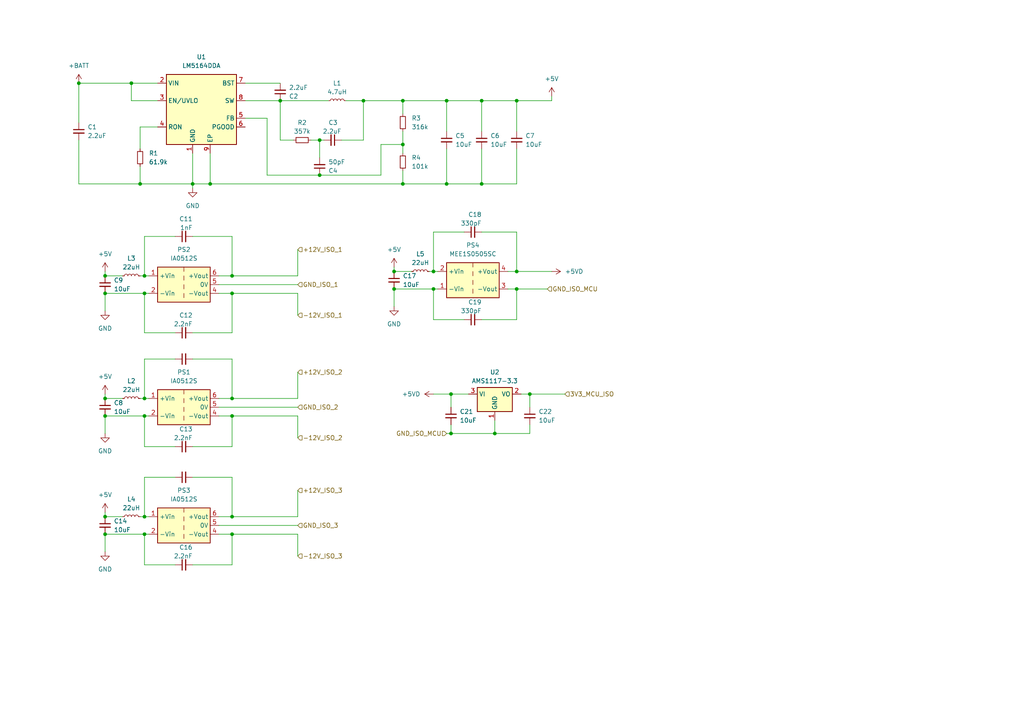
<source format=kicad_sch>
(kicad_sch (version 20230121) (generator eeschema)

  (uuid 78543bb6-f2d7-4d7f-af7e-490f4461f78b)

  (paper "A4")

  (lib_symbols
    (symbol "Converter_DCDC:IA0512S" (in_bom yes) (on_board yes)
      (property "Reference" "PS" (at -7.62 6.35 0)
        (effects (font (size 1.27 1.27)) (justify left))
      )
      (property "Value" "IA0512S" (at 1.27 6.35 0)
        (effects (font (size 1.27 1.27)) (justify left))
      )
      (property "Footprint" "Converter_DCDC:Converter_DCDC_XP_POWER-IAxxxxS_THT" (at -26.67 -6.35 0)
        (effects (font (size 1.27 1.27)) (justify left) hide)
      )
      (property "Datasheet" "https://www.xppower.com/pdfs/SF_IA.pdf" (at 26.67 -7.62 0)
        (effects (font (size 1.27 1.27)) (justify left) hide)
      )
      (property "ki_keywords" "XP_POWER DC/DC isolated Converter module" (at 0 0 0)
        (effects (font (size 1.27 1.27)) hide)
      )
      (property "ki_description" "XP Power 1W, 1000 VDC Isolated DC/DC Converter Module, Dual Output Voltage ±12V, ±42mA, 5V Input Voltage, SIP" (at 0 0 0)
        (effects (font (size 1.27 1.27)) hide)
      )
      (property "ki_fp_filters" "*XP?POWER?IAxxxxS*" (at 0 0 0)
        (effects (font (size 1.27 1.27)) hide)
      )
      (symbol "IA0512S_0_0"
        (pin power_in line (at -10.16 2.54 0) (length 2.54)
          (name "+Vin" (effects (font (size 1.27 1.27))))
          (number "1" (effects (font (size 1.27 1.27))))
        )
        (pin power_in line (at -10.16 -2.54 0) (length 2.54)
          (name "-Vin" (effects (font (size 1.27 1.27))))
          (number "2" (effects (font (size 1.27 1.27))))
        )
        (pin power_out line (at 10.16 -2.54 180) (length 2.54)
          (name "-Vout" (effects (font (size 1.27 1.27))))
          (number "4" (effects (font (size 1.27 1.27))))
        )
        (pin power_out line (at 10.16 0 180) (length 2.54)
          (name "0V" (effects (font (size 1.27 1.27))))
          (number "5" (effects (font (size 1.27 1.27))))
        )
        (pin power_out line (at 10.16 2.54 180) (length 2.54)
          (name "+Vout" (effects (font (size 1.27 1.27))))
          (number "6" (effects (font (size 1.27 1.27))))
        )
      )
      (symbol "IA0512S_0_1"
        (rectangle (start -7.62 5.08) (end 7.62 -5.08)
          (stroke (width 0.254) (type default))
          (fill (type background))
        )
        (polyline
          (pts
            (xy 0 -2.54)
            (xy 0 -3.81)
          )
          (stroke (width 0) (type default))
          (fill (type none))
        )
        (polyline
          (pts
            (xy 0 0)
            (xy 0 -1.27)
          )
          (stroke (width 0) (type default))
          (fill (type none))
        )
        (polyline
          (pts
            (xy 0 2.54)
            (xy 0 1.27)
          )
          (stroke (width 0) (type default))
          (fill (type none))
        )
        (polyline
          (pts
            (xy 0 5.08)
            (xy 0 3.81)
          )
          (stroke (width 0) (type default))
          (fill (type none))
        )
      )
    )
    (symbol "Converter_DCDC:MEE1S0505SC" (in_bom yes) (on_board yes)
      (property "Reference" "PS" (at -7.62 6.35 0)
        (effects (font (size 1.27 1.27)) (justify left))
      )
      (property "Value" "MEE1S0505SC" (at 1.27 6.35 0)
        (effects (font (size 1.27 1.27)) (justify left))
      )
      (property "Footprint" "Converter_DCDC:Converter_DCDC_Murata_MEE1SxxxxSC_THT" (at -26.67 -6.35 0)
        (effects (font (size 1.27 1.27)) (justify left) hide)
      )
      (property "Datasheet" "https://power.murata.com/pub/data/power/ncl/kdc_mee1.pdf" (at 26.67 -7.62 0)
        (effects (font (size 1.27 1.27)) (justify left) hide)
      )
      (property "ki_keywords" "murata DC/DC isolated converter" (at 0 0 0)
        (effects (font (size 1.27 1.27)) hide)
      )
      (property "ki_description" "1W, 1000 VDC isolated DC/DC converter, 5V input, 5V output, SIP" (at 0 0 0)
        (effects (font (size 1.27 1.27)) hide)
      )
      (property "ki_fp_filters" "Converter*DCDC*Murata*MEE1SxxxxSC*THT*" (at 0 0 0)
        (effects (font (size 1.27 1.27)) hide)
      )
      (symbol "MEE1S0505SC_0_0"
        (pin power_in line (at -10.16 -2.54 0) (length 2.54)
          (name "-Vin" (effects (font (size 1.27 1.27))))
          (number "1" (effects (font (size 1.27 1.27))))
        )
        (pin power_in line (at -10.16 2.54 0) (length 2.54)
          (name "+Vin" (effects (font (size 1.27 1.27))))
          (number "2" (effects (font (size 1.27 1.27))))
        )
        (pin power_out line (at 10.16 -2.54 180) (length 2.54)
          (name "-Vout" (effects (font (size 1.27 1.27))))
          (number "3" (effects (font (size 1.27 1.27))))
        )
        (pin power_out line (at 10.16 2.54 180) (length 2.54)
          (name "+Vout" (effects (font (size 1.27 1.27))))
          (number "4" (effects (font (size 1.27 1.27))))
        )
      )
      (symbol "MEE1S0505SC_0_1"
        (rectangle (start -7.62 5.08) (end 7.62 -5.08)
          (stroke (width 0.254) (type default))
          (fill (type background))
        )
        (polyline
          (pts
            (xy 0 -2.54)
            (xy 0 -3.81)
          )
          (stroke (width 0) (type default))
          (fill (type none))
        )
        (polyline
          (pts
            (xy 0 0)
            (xy 0 -1.27)
          )
          (stroke (width 0) (type default))
          (fill (type none))
        )
        (polyline
          (pts
            (xy 0 2.54)
            (xy 0 1.27)
          )
          (stroke (width 0) (type default))
          (fill (type none))
        )
        (polyline
          (pts
            (xy 0 5.08)
            (xy 0 3.81)
          )
          (stroke (width 0) (type default))
          (fill (type none))
        )
      )
    )
    (symbol "Device:C_Small" (pin_numbers hide) (pin_names (offset 0.254) hide) (in_bom yes) (on_board yes)
      (property "Reference" "C" (at 0.254 1.778 0)
        (effects (font (size 1.27 1.27)) (justify left))
      )
      (property "Value" "C_Small" (at 0.254 -2.032 0)
        (effects (font (size 1.27 1.27)) (justify left))
      )
      (property "Footprint" "" (at 0 0 0)
        (effects (font (size 1.27 1.27)) hide)
      )
      (property "Datasheet" "~" (at 0 0 0)
        (effects (font (size 1.27 1.27)) hide)
      )
      (property "ki_keywords" "capacitor cap" (at 0 0 0)
        (effects (font (size 1.27 1.27)) hide)
      )
      (property "ki_description" "Unpolarized capacitor, small symbol" (at 0 0 0)
        (effects (font (size 1.27 1.27)) hide)
      )
      (property "ki_fp_filters" "C_*" (at 0 0 0)
        (effects (font (size 1.27 1.27)) hide)
      )
      (symbol "C_Small_0_1"
        (polyline
          (pts
            (xy -1.524 -0.508)
            (xy 1.524 -0.508)
          )
          (stroke (width 0.3302) (type default))
          (fill (type none))
        )
        (polyline
          (pts
            (xy -1.524 0.508)
            (xy 1.524 0.508)
          )
          (stroke (width 0.3048) (type default))
          (fill (type none))
        )
      )
      (symbol "C_Small_1_1"
        (pin passive line (at 0 2.54 270) (length 2.032)
          (name "~" (effects (font (size 1.27 1.27))))
          (number "1" (effects (font (size 1.27 1.27))))
        )
        (pin passive line (at 0 -2.54 90) (length 2.032)
          (name "~" (effects (font (size 1.27 1.27))))
          (number "2" (effects (font (size 1.27 1.27))))
        )
      )
    )
    (symbol "Device:L_Small" (pin_numbers hide) (pin_names (offset 0.254) hide) (in_bom yes) (on_board yes)
      (property "Reference" "L" (at 0.762 1.016 0)
        (effects (font (size 1.27 1.27)) (justify left))
      )
      (property "Value" "L_Small" (at 0.762 -1.016 0)
        (effects (font (size 1.27 1.27)) (justify left))
      )
      (property "Footprint" "" (at 0 0 0)
        (effects (font (size 1.27 1.27)) hide)
      )
      (property "Datasheet" "~" (at 0 0 0)
        (effects (font (size 1.27 1.27)) hide)
      )
      (property "ki_keywords" "inductor choke coil reactor magnetic" (at 0 0 0)
        (effects (font (size 1.27 1.27)) hide)
      )
      (property "ki_description" "Inductor, small symbol" (at 0 0 0)
        (effects (font (size 1.27 1.27)) hide)
      )
      (property "ki_fp_filters" "Choke_* *Coil* Inductor_* L_*" (at 0 0 0)
        (effects (font (size 1.27 1.27)) hide)
      )
      (symbol "L_Small_0_1"
        (arc (start 0 -2.032) (mid 0.5058 -1.524) (end 0 -1.016)
          (stroke (width 0) (type default))
          (fill (type none))
        )
        (arc (start 0 -1.016) (mid 0.5058 -0.508) (end 0 0)
          (stroke (width 0) (type default))
          (fill (type none))
        )
        (arc (start 0 0) (mid 0.5058 0.508) (end 0 1.016)
          (stroke (width 0) (type default))
          (fill (type none))
        )
        (arc (start 0 1.016) (mid 0.5058 1.524) (end 0 2.032)
          (stroke (width 0) (type default))
          (fill (type none))
        )
      )
      (symbol "L_Small_1_1"
        (pin passive line (at 0 2.54 270) (length 0.508)
          (name "~" (effects (font (size 1.27 1.27))))
          (number "1" (effects (font (size 1.27 1.27))))
        )
        (pin passive line (at 0 -2.54 90) (length 0.508)
          (name "~" (effects (font (size 1.27 1.27))))
          (number "2" (effects (font (size 1.27 1.27))))
        )
      )
    )
    (symbol "Device:R_Small" (pin_numbers hide) (pin_names (offset 0.254) hide) (in_bom yes) (on_board yes)
      (property "Reference" "R" (at 0.762 0.508 0)
        (effects (font (size 1.27 1.27)) (justify left))
      )
      (property "Value" "R_Small" (at 0.762 -1.016 0)
        (effects (font (size 1.27 1.27)) (justify left))
      )
      (property "Footprint" "" (at 0 0 0)
        (effects (font (size 1.27 1.27)) hide)
      )
      (property "Datasheet" "~" (at 0 0 0)
        (effects (font (size 1.27 1.27)) hide)
      )
      (property "ki_keywords" "R resistor" (at 0 0 0)
        (effects (font (size 1.27 1.27)) hide)
      )
      (property "ki_description" "Resistor, small symbol" (at 0 0 0)
        (effects (font (size 1.27 1.27)) hide)
      )
      (property "ki_fp_filters" "R_*" (at 0 0 0)
        (effects (font (size 1.27 1.27)) hide)
      )
      (symbol "R_Small_0_1"
        (rectangle (start -0.762 1.778) (end 0.762 -1.778)
          (stroke (width 0.2032) (type default))
          (fill (type none))
        )
      )
      (symbol "R_Small_1_1"
        (pin passive line (at 0 2.54 270) (length 0.762)
          (name "~" (effects (font (size 1.27 1.27))))
          (number "1" (effects (font (size 1.27 1.27))))
        )
        (pin passive line (at 0 -2.54 90) (length 0.762)
          (name "~" (effects (font (size 1.27 1.27))))
          (number "2" (effects (font (size 1.27 1.27))))
        )
      )
    )
    (symbol "Regulator_Linear:AMS1117-3.3" (in_bom yes) (on_board yes)
      (property "Reference" "U" (at -3.81 3.175 0)
        (effects (font (size 1.27 1.27)))
      )
      (property "Value" "AMS1117-3.3" (at 0 3.175 0)
        (effects (font (size 1.27 1.27)) (justify left))
      )
      (property "Footprint" "Package_TO_SOT_SMD:SOT-223-3_TabPin2" (at 0 5.08 0)
        (effects (font (size 1.27 1.27)) hide)
      )
      (property "Datasheet" "http://www.advanced-monolithic.com/pdf/ds1117.pdf" (at 2.54 -6.35 0)
        (effects (font (size 1.27 1.27)) hide)
      )
      (property "ki_keywords" "linear regulator ldo fixed positive" (at 0 0 0)
        (effects (font (size 1.27 1.27)) hide)
      )
      (property "ki_description" "1A Low Dropout regulator, positive, 3.3V fixed output, SOT-223" (at 0 0 0)
        (effects (font (size 1.27 1.27)) hide)
      )
      (property "ki_fp_filters" "SOT?223*TabPin2*" (at 0 0 0)
        (effects (font (size 1.27 1.27)) hide)
      )
      (symbol "AMS1117-3.3_0_1"
        (rectangle (start -5.08 -5.08) (end 5.08 1.905)
          (stroke (width 0.254) (type default))
          (fill (type background))
        )
      )
      (symbol "AMS1117-3.3_1_1"
        (pin power_in line (at 0 -7.62 90) (length 2.54)
          (name "GND" (effects (font (size 1.27 1.27))))
          (number "1" (effects (font (size 1.27 1.27))))
        )
        (pin power_out line (at 7.62 0 180) (length 2.54)
          (name "VO" (effects (font (size 1.27 1.27))))
          (number "2" (effects (font (size 1.27 1.27))))
        )
        (pin power_in line (at -7.62 0 0) (length 2.54)
          (name "VI" (effects (font (size 1.27 1.27))))
          (number "3" (effects (font (size 1.27 1.27))))
        )
      )
    )
    (symbol "Regulator_Switching:LM5164DDA" (in_bom yes) (on_board yes)
      (property "Reference" "U" (at -8.89 11.43 0)
        (effects (font (size 1.27 1.27)))
      )
      (property "Value" "LM5164DDA" (at 5.08 11.43 0)
        (effects (font (size 1.27 1.27)))
      )
      (property "Footprint" "Package_SO:HSOP-8-1EP_3.9x4.9mm_P1.27mm_EP2.41x3.1mm_ThermalVias" (at 1.27 -11.43 0)
        (effects (font (size 1.27 1.27)) hide)
      )
      (property "Datasheet" "https://www.ti.com/lit/ds/symlink/lm5164.pdf?ts=1598311864250&ref_url=https%253A%252F%252Fwww.ti.com%252Fproduct%252FLM5164%253FHQS%253DTI-null-null-octopart-df-pf-null-wwe" (at -7.62 8.89 0)
        (effects (font (size 1.27 1.27)) hide)
      )
      (property "ki_keywords" "step-down dc-dc buck regulator adjustable" (at 0 0 0)
        (effects (font (size 1.27 1.27)) hide)
      )
      (property "ki_description" "1A synchronous buck converter with ultra-low IQ, 6V - 100V input, adjustable output voltage, HSOP-8" (at 0 0 0)
        (effects (font (size 1.27 1.27)) hide)
      )
      (property "ki_fp_filters" "HSOP*1EP*3.9x4.9*P1.27mm*" (at 0 0 0)
        (effects (font (size 1.27 1.27)) hide)
      )
      (symbol "LM5164DDA_1_1"
        (rectangle (start -10.16 10.16) (end 10.16 -10.16)
          (stroke (width 0.254) (type default))
          (fill (type background))
        )
        (pin power_in line (at -2.54 -12.7 90) (length 2.54)
          (name "GND" (effects (font (size 1.27 1.27))))
          (number "1" (effects (font (size 1.27 1.27))))
        )
        (pin power_in line (at -12.7 7.62 0) (length 2.54)
          (name "VIN" (effects (font (size 1.27 1.27))))
          (number "2" (effects (font (size 1.27 1.27))))
        )
        (pin input line (at -12.7 2.54 0) (length 2.54)
          (name "EN/UVLO" (effects (font (size 1.27 1.27))))
          (number "3" (effects (font (size 1.27 1.27))))
        )
        (pin passive line (at -12.7 -5.08 0) (length 2.54)
          (name "RON" (effects (font (size 1.27 1.27))))
          (number "4" (effects (font (size 1.27 1.27))))
        )
        (pin input line (at 12.7 -2.54 180) (length 2.54)
          (name "FB" (effects (font (size 1.27 1.27))))
          (number "5" (effects (font (size 1.27 1.27))))
        )
        (pin open_collector line (at 12.7 -5.08 180) (length 2.54)
          (name "PGOOD" (effects (font (size 1.27 1.27))))
          (number "6" (effects (font (size 1.27 1.27))))
        )
        (pin passive line (at 12.7 7.62 180) (length 2.54)
          (name "BST" (effects (font (size 1.27 1.27))))
          (number "7" (effects (font (size 1.27 1.27))))
        )
        (pin power_out line (at 12.7 2.54 180) (length 2.54)
          (name "SW" (effects (font (size 1.27 1.27))))
          (number "8" (effects (font (size 1.27 1.27))))
        )
        (pin passive line (at 2.54 -12.7 90) (length 2.54)
          (name "EP" (effects (font (size 1.27 1.27))))
          (number "9" (effects (font (size 1.27 1.27))))
        )
      )
    )
    (symbol "power:+5V" (power) (pin_names (offset 0)) (in_bom yes) (on_board yes)
      (property "Reference" "#PWR" (at 0 -3.81 0)
        (effects (font (size 1.27 1.27)) hide)
      )
      (property "Value" "+5V" (at 0 3.556 0)
        (effects (font (size 1.27 1.27)))
      )
      (property "Footprint" "" (at 0 0 0)
        (effects (font (size 1.27 1.27)) hide)
      )
      (property "Datasheet" "" (at 0 0 0)
        (effects (font (size 1.27 1.27)) hide)
      )
      (property "ki_keywords" "global power" (at 0 0 0)
        (effects (font (size 1.27 1.27)) hide)
      )
      (property "ki_description" "Power symbol creates a global label with name \"+5V\"" (at 0 0 0)
        (effects (font (size 1.27 1.27)) hide)
      )
      (symbol "+5V_0_1"
        (polyline
          (pts
            (xy -0.762 1.27)
            (xy 0 2.54)
          )
          (stroke (width 0) (type default))
          (fill (type none))
        )
        (polyline
          (pts
            (xy 0 0)
            (xy 0 2.54)
          )
          (stroke (width 0) (type default))
          (fill (type none))
        )
        (polyline
          (pts
            (xy 0 2.54)
            (xy 0.762 1.27)
          )
          (stroke (width 0) (type default))
          (fill (type none))
        )
      )
      (symbol "+5V_1_1"
        (pin power_in line (at 0 0 90) (length 0) hide
          (name "+5V" (effects (font (size 1.27 1.27))))
          (number "1" (effects (font (size 1.27 1.27))))
        )
      )
    )
    (symbol "power:+5VD" (power) (pin_names (offset 0)) (in_bom yes) (on_board yes)
      (property "Reference" "#PWR" (at 0 -3.81 0)
        (effects (font (size 1.27 1.27)) hide)
      )
      (property "Value" "+5VD" (at 0 3.556 0)
        (effects (font (size 1.27 1.27)))
      )
      (property "Footprint" "" (at 0 0 0)
        (effects (font (size 1.27 1.27)) hide)
      )
      (property "Datasheet" "" (at 0 0 0)
        (effects (font (size 1.27 1.27)) hide)
      )
      (property "ki_keywords" "global power" (at 0 0 0)
        (effects (font (size 1.27 1.27)) hide)
      )
      (property "ki_description" "Power symbol creates a global label with name \"+5VD\"" (at 0 0 0)
        (effects (font (size 1.27 1.27)) hide)
      )
      (symbol "+5VD_0_1"
        (polyline
          (pts
            (xy -0.762 1.27)
            (xy 0 2.54)
          )
          (stroke (width 0) (type default))
          (fill (type none))
        )
        (polyline
          (pts
            (xy 0 0)
            (xy 0 2.54)
          )
          (stroke (width 0) (type default))
          (fill (type none))
        )
        (polyline
          (pts
            (xy 0 2.54)
            (xy 0.762 1.27)
          )
          (stroke (width 0) (type default))
          (fill (type none))
        )
      )
      (symbol "+5VD_1_1"
        (pin power_in line (at 0 0 90) (length 0) hide
          (name "+5VD" (effects (font (size 1.27 1.27))))
          (number "1" (effects (font (size 1.27 1.27))))
        )
      )
    )
    (symbol "power:+BATT" (power) (pin_names (offset 0)) (in_bom yes) (on_board yes)
      (property "Reference" "#PWR" (at 0 -3.81 0)
        (effects (font (size 1.27 1.27)) hide)
      )
      (property "Value" "+BATT" (at 0 3.556 0)
        (effects (font (size 1.27 1.27)))
      )
      (property "Footprint" "" (at 0 0 0)
        (effects (font (size 1.27 1.27)) hide)
      )
      (property "Datasheet" "" (at 0 0 0)
        (effects (font (size 1.27 1.27)) hide)
      )
      (property "ki_keywords" "global power battery" (at 0 0 0)
        (effects (font (size 1.27 1.27)) hide)
      )
      (property "ki_description" "Power symbol creates a global label with name \"+BATT\"" (at 0 0 0)
        (effects (font (size 1.27 1.27)) hide)
      )
      (symbol "+BATT_0_1"
        (polyline
          (pts
            (xy -0.762 1.27)
            (xy 0 2.54)
          )
          (stroke (width 0) (type default))
          (fill (type none))
        )
        (polyline
          (pts
            (xy 0 0)
            (xy 0 2.54)
          )
          (stroke (width 0) (type default))
          (fill (type none))
        )
        (polyline
          (pts
            (xy 0 2.54)
            (xy 0.762 1.27)
          )
          (stroke (width 0) (type default))
          (fill (type none))
        )
      )
      (symbol "+BATT_1_1"
        (pin power_in line (at 0 0 90) (length 0) hide
          (name "+BATT" (effects (font (size 1.27 1.27))))
          (number "1" (effects (font (size 1.27 1.27))))
        )
      )
    )
    (symbol "power:GND" (power) (pin_names (offset 0)) (in_bom yes) (on_board yes)
      (property "Reference" "#PWR" (at 0 -6.35 0)
        (effects (font (size 1.27 1.27)) hide)
      )
      (property "Value" "GND" (at 0 -3.81 0)
        (effects (font (size 1.27 1.27)))
      )
      (property "Footprint" "" (at 0 0 0)
        (effects (font (size 1.27 1.27)) hide)
      )
      (property "Datasheet" "" (at 0 0 0)
        (effects (font (size 1.27 1.27)) hide)
      )
      (property "ki_keywords" "global power" (at 0 0 0)
        (effects (font (size 1.27 1.27)) hide)
      )
      (property "ki_description" "Power symbol creates a global label with name \"GND\" , ground" (at 0 0 0)
        (effects (font (size 1.27 1.27)) hide)
      )
      (symbol "GND_0_1"
        (polyline
          (pts
            (xy 0 0)
            (xy 0 -1.27)
            (xy 1.27 -1.27)
            (xy 0 -2.54)
            (xy -1.27 -1.27)
            (xy 0 -1.27)
          )
          (stroke (width 0) (type default))
          (fill (type none))
        )
      )
      (symbol "GND_1_1"
        (pin power_in line (at 0 0 270) (length 0) hide
          (name "GND" (effects (font (size 1.27 1.27))))
          (number "1" (effects (font (size 1.27 1.27))))
        )
      )
    )
  )

  (junction (at 30.48 149.86) (diameter 0) (color 0 0 0 0)
    (uuid 096c9593-b208-4459-b0e5-a271876b1563)
  )
  (junction (at 30.48 85.09) (diameter 0) (color 0 0 0 0)
    (uuid 0b3e3a58-67d7-41a5-b0aa-565bd2d15318)
  )
  (junction (at 40.64 53.34) (diameter 0) (color 0 0 0 0)
    (uuid 1e730901-fce2-423c-a311-7ec179c23c14)
  )
  (junction (at 67.31 85.09) (diameter 0) (color 0 0 0 0)
    (uuid 226d2bac-3cd0-4a94-b452-c822644ba6d5)
  )
  (junction (at 125.73 78.74) (diameter 0) (color 0 0 0 0)
    (uuid 24e56d64-3d8b-4f70-bfbc-1ec5d7d04e5f)
  )
  (junction (at 116.84 53.34) (diameter 0) (color 0 0 0 0)
    (uuid 26137a55-09f4-4d14-ba62-99bddc508577)
  )
  (junction (at 130.81 114.3) (diameter 0) (color 0 0 0 0)
    (uuid 2b2b2e16-bd3f-4191-a935-fead2dea9556)
  )
  (junction (at 116.84 41.91) (diameter 0) (color 0 0 0 0)
    (uuid 2d0dd684-d218-4942-a728-79144a9943d4)
  )
  (junction (at 149.86 78.74) (diameter 0) (color 0 0 0 0)
    (uuid 2ec7acee-7283-41cc-89e3-8462e052726f)
  )
  (junction (at 114.3 83.82) (diameter 0) (color 0 0 0 0)
    (uuid 3fd2ae11-d33c-470d-9d39-d8a0a653173d)
  )
  (junction (at 41.91 154.94) (diameter 0) (color 0 0 0 0)
    (uuid 4225bc24-181c-4d7b-aab2-c764f6816ad5)
  )
  (junction (at 67.31 154.94) (diameter 0) (color 0 0 0 0)
    (uuid 5cbc3abc-110f-4fe5-93bc-328f2399f86c)
  )
  (junction (at 41.91 149.86) (diameter 0) (color 0 0 0 0)
    (uuid 5d514975-86af-471d-a017-fd65ca54e236)
  )
  (junction (at 129.54 29.21) (diameter 0) (color 0 0 0 0)
    (uuid 6856a592-757f-4300-a84c-2d7c5cdf80e5)
  )
  (junction (at 30.48 154.94) (diameter 0) (color 0 0 0 0)
    (uuid 724ab8c4-3b83-47eb-bde9-8894751841f3)
  )
  (junction (at 129.54 53.34) (diameter 0) (color 0 0 0 0)
    (uuid 76ff533c-7f47-4bdb-8d79-6abeab49bdfa)
  )
  (junction (at 81.28 29.21) (diameter 0) (color 0 0 0 0)
    (uuid 7f34b78c-c8bd-4063-85f0-a80aca75b485)
  )
  (junction (at 149.86 83.82) (diameter 0) (color 0 0 0 0)
    (uuid 92b037ca-6eb4-416c-a418-189c58a7b003)
  )
  (junction (at 60.96 53.34) (diameter 0) (color 0 0 0 0)
    (uuid 94073b19-61af-4aac-976d-a5ec7adb2907)
  )
  (junction (at 67.31 149.86) (diameter 0) (color 0 0 0 0)
    (uuid 9557f0b8-839a-425c-ad7d-a9f2adb2dcdc)
  )
  (junction (at 114.3 78.74) (diameter 0) (color 0 0 0 0)
    (uuid 9d4c8cf3-b5ca-4264-a67a-9308687911b4)
  )
  (junction (at 55.88 53.34) (diameter 0) (color 0 0 0 0)
    (uuid a23b34ec-e25c-473f-8dbf-ff5328d80f03)
  )
  (junction (at 92.71 40.64) (diameter 0) (color 0 0 0 0)
    (uuid a6d8d79f-797a-4d17-a10b-9f33e1d11527)
  )
  (junction (at 153.67 114.3) (diameter 0) (color 0 0 0 0)
    (uuid a8e38f66-38b1-4cdb-af63-1a404b8ab231)
  )
  (junction (at 143.51 125.73) (diameter 0) (color 0 0 0 0)
    (uuid a9719fea-2653-4990-a96c-b7341f42be54)
  )
  (junction (at 92.71 50.8) (diameter 0) (color 0 0 0 0)
    (uuid aa89a264-c7f3-43e9-87c9-0467c109b471)
  )
  (junction (at 41.91 85.09) (diameter 0) (color 0 0 0 0)
    (uuid b0c47d5f-3c68-4dec-b35a-df733ab7800b)
  )
  (junction (at 149.86 29.21) (diameter 0) (color 0 0 0 0)
    (uuid b3a52635-ace8-439f-b8ae-20533a788e9a)
  )
  (junction (at 139.7 53.34) (diameter 0) (color 0 0 0 0)
    (uuid b3bd2560-bb7b-4546-88cd-c35f0ca4e0cc)
  )
  (junction (at 130.81 125.73) (diameter 0) (color 0 0 0 0)
    (uuid c343785c-1673-489d-866c-dcb7ec0ebc75)
  )
  (junction (at 67.31 120.65) (diameter 0) (color 0 0 0 0)
    (uuid cc0da23b-19b4-42f4-ae9a-b220848334d2)
  )
  (junction (at 67.31 80.01) (diameter 0) (color 0 0 0 0)
    (uuid cec2b79c-fa1a-4e3d-9e98-8927d421dd4e)
  )
  (junction (at 30.48 80.01) (diameter 0) (color 0 0 0 0)
    (uuid d0c27571-04b7-4313-b4e5-56416a7cb3cd)
  )
  (junction (at 41.91 120.65) (diameter 0) (color 0 0 0 0)
    (uuid d15e086b-955e-4d75-91b7-3ee3050dc951)
  )
  (junction (at 139.7 29.21) (diameter 0) (color 0 0 0 0)
    (uuid d3decf78-b00b-4eb1-a5d9-3c718238ca5a)
  )
  (junction (at 41.91 115.57) (diameter 0) (color 0 0 0 0)
    (uuid d3e22387-3735-467d-baba-db8d26f64945)
  )
  (junction (at 116.84 29.21) (diameter 0) (color 0 0 0 0)
    (uuid d4beabac-da7f-41bd-89b5-f04df76b750f)
  )
  (junction (at 67.31 115.57) (diameter 0) (color 0 0 0 0)
    (uuid d760d001-3b34-414f-bf6b-bf10682a9a67)
  )
  (junction (at 38.1 24.13) (diameter 0) (color 0 0 0 0)
    (uuid d78c2b5e-7110-4aa6-a771-18c59c02ca3c)
  )
  (junction (at 22.86 24.13) (diameter 0) (color 0 0 0 0)
    (uuid eca2e0b0-eaf4-43c8-844a-32b6c59609e4)
  )
  (junction (at 125.73 83.82) (diameter 0) (color 0 0 0 0)
    (uuid f08e9b4d-9ef8-46ab-8cea-c3c5db231315)
  )
  (junction (at 41.91 80.01) (diameter 0) (color 0 0 0 0)
    (uuid f19f0a45-10c6-494b-88ad-2c43b1e43a73)
  )
  (junction (at 30.48 115.57) (diameter 0) (color 0 0 0 0)
    (uuid f6dfce84-9965-42cf-9843-d6e96d3b0b02)
  )
  (junction (at 105.41 29.21) (diameter 0) (color 0 0 0 0)
    (uuid f6e1f635-6949-4a4c-9f0d-d49ebc2d04b2)
  )
  (junction (at 30.48 120.65) (diameter 0) (color 0 0 0 0)
    (uuid fc6c82c1-170a-4440-9e2e-d8bc7088bc2e)
  )

  (wire (pts (xy 30.48 148.59) (xy 30.48 149.86))
    (stroke (width 0) (type default))
    (uuid 019ced82-b41e-4a73-8398-8d7f3e84750f)
  )
  (wire (pts (xy 86.36 149.86) (xy 67.31 149.86))
    (stroke (width 0) (type default))
    (uuid 04d214f0-7fa6-44d1-b5c7-b9394e74890c)
  )
  (wire (pts (xy 116.84 41.91) (xy 116.84 44.45))
    (stroke (width 0) (type default))
    (uuid 08283117-f41e-45cc-aac6-706ea942e351)
  )
  (wire (pts (xy 153.67 114.3) (xy 151.13 114.3))
    (stroke (width 0) (type default))
    (uuid 08e10a63-f3cc-4fa9-8901-fb6c3615b560)
  )
  (wire (pts (xy 55.88 96.52) (xy 67.31 96.52))
    (stroke (width 0) (type default))
    (uuid 092e5969-5c26-4bfc-aeb1-2998dfed3dbb)
  )
  (wire (pts (xy 86.36 154.94) (xy 67.31 154.94))
    (stroke (width 0) (type default))
    (uuid 0a95f4e2-3b9e-4611-a36e-f9b0e0deac40)
  )
  (wire (pts (xy 67.31 104.14) (xy 67.31 115.57))
    (stroke (width 0) (type default))
    (uuid 0b77c035-f02d-4de9-be9f-e6b7914aea3f)
  )
  (wire (pts (xy 63.5 115.57) (xy 67.31 115.57))
    (stroke (width 0) (type default))
    (uuid 0ccdc84a-3e0e-4455-b282-d7e0ac3e2579)
  )
  (wire (pts (xy 149.86 83.82) (xy 158.75 83.82))
    (stroke (width 0) (type default))
    (uuid 1195daab-4ec8-45c2-b3f6-d13741d05573)
  )
  (wire (pts (xy 30.48 154.94) (xy 41.91 154.94))
    (stroke (width 0) (type default))
    (uuid 1a6c1708-5417-4480-be1a-cc59ebea16e2)
  )
  (wire (pts (xy 81.28 29.21) (xy 95.25 29.21))
    (stroke (width 0) (type default))
    (uuid 1c037864-d2f2-495a-aad4-cb33ea3575f3)
  )
  (wire (pts (xy 67.31 85.09) (xy 63.5 85.09))
    (stroke (width 0) (type default))
    (uuid 1ec57059-f014-4dc7-8772-75d68f081b8d)
  )
  (wire (pts (xy 116.84 38.1) (xy 116.84 41.91))
    (stroke (width 0) (type default))
    (uuid 1ecb381f-6ab7-4821-a304-13fa75840d54)
  )
  (wire (pts (xy 55.88 129.54) (xy 67.31 129.54))
    (stroke (width 0) (type default))
    (uuid 1fb659fe-7b65-48fd-8c9c-955fab7a2539)
  )
  (wire (pts (xy 90.17 40.64) (xy 92.71 40.64))
    (stroke (width 0) (type default))
    (uuid 22484928-a6b2-45da-83d1-59371950b36e)
  )
  (wire (pts (xy 22.86 53.34) (xy 40.64 53.34))
    (stroke (width 0) (type default))
    (uuid 2340d62c-02da-4fde-8f07-df92c185fa1d)
  )
  (wire (pts (xy 139.7 29.21) (xy 149.86 29.21))
    (stroke (width 0) (type default))
    (uuid 25965811-3416-47af-9e7a-c27b400cba7b)
  )
  (wire (pts (xy 60.96 44.45) (xy 60.96 53.34))
    (stroke (width 0) (type default))
    (uuid 25cc3c6f-c48a-4c63-a70c-4feb8262126e)
  )
  (wire (pts (xy 41.91 85.09) (xy 43.18 85.09))
    (stroke (width 0) (type default))
    (uuid 268b8778-db8e-4e85-9b64-8dcd83dec3f1)
  )
  (wire (pts (xy 30.48 78.74) (xy 30.48 80.01))
    (stroke (width 0) (type default))
    (uuid 26ef5b54-c18e-4623-bd53-4575805fa588)
  )
  (wire (pts (xy 125.73 114.3) (xy 130.81 114.3))
    (stroke (width 0) (type default))
    (uuid 270f6e7b-8b1d-425f-b693-758ccd1c1905)
  )
  (wire (pts (xy 114.3 83.82) (xy 125.73 83.82))
    (stroke (width 0) (type default))
    (uuid 2778ce9d-6b3b-4b2c-9ff5-31c0bc47d1bc)
  )
  (wire (pts (xy 63.5 149.86) (xy 67.31 149.86))
    (stroke (width 0) (type default))
    (uuid 291baf7a-d5f8-4c25-8932-a191b1657823)
  )
  (wire (pts (xy 86.36 80.01) (xy 67.31 80.01))
    (stroke (width 0) (type default))
    (uuid 29b01abf-3942-4dce-ab9d-b49b78042651)
  )
  (wire (pts (xy 81.28 40.64) (xy 81.28 29.21))
    (stroke (width 0) (type default))
    (uuid 2f732db2-75a7-46cc-aa15-aa4ac80471a6)
  )
  (wire (pts (xy 41.91 154.94) (xy 43.18 154.94))
    (stroke (width 0) (type default))
    (uuid 2f851c37-e51b-4080-9be1-482705b7eda3)
  )
  (wire (pts (xy 71.12 24.13) (xy 81.28 24.13))
    (stroke (width 0) (type default))
    (uuid 315cff2e-8278-44f6-a3fd-4fe05cb6c75c)
  )
  (wire (pts (xy 41.91 104.14) (xy 41.91 115.57))
    (stroke (width 0) (type default))
    (uuid 35dedbaf-d842-4fcd-b6e3-3dc503e7ccf4)
  )
  (wire (pts (xy 30.48 90.17) (xy 30.48 85.09))
    (stroke (width 0) (type default))
    (uuid 35fb9ace-102b-4cd7-97fa-72b0147245d8)
  )
  (wire (pts (xy 50.8 96.52) (xy 41.91 96.52))
    (stroke (width 0) (type default))
    (uuid 368bdc60-83d0-4eb7-9e22-dd3f22976ed6)
  )
  (wire (pts (xy 139.7 53.34) (xy 129.54 53.34))
    (stroke (width 0) (type default))
    (uuid 372eda13-ab05-40c2-889d-375b5108ea9d)
  )
  (wire (pts (xy 67.31 138.43) (xy 67.31 149.86))
    (stroke (width 0) (type default))
    (uuid 3ad8eda0-6244-4cfa-90e4-476037862888)
  )
  (wire (pts (xy 116.84 29.21) (xy 105.41 29.21))
    (stroke (width 0) (type default))
    (uuid 3d100cdd-f518-4ea1-8889-fe9832992fd8)
  )
  (wire (pts (xy 130.81 114.3) (xy 135.89 114.3))
    (stroke (width 0) (type default))
    (uuid 3d474657-0c15-4f9d-9aad-f061432d9e24)
  )
  (wire (pts (xy 50.8 129.54) (xy 41.91 129.54))
    (stroke (width 0) (type default))
    (uuid 3f3b0f8a-b964-42de-9656-4867074cc48e)
  )
  (wire (pts (xy 143.51 125.73) (xy 143.51 121.92))
    (stroke (width 0) (type default))
    (uuid 41e72008-a6f8-4dae-92ce-8dd4289b11c5)
  )
  (wire (pts (xy 40.64 149.86) (xy 41.91 149.86))
    (stroke (width 0) (type default))
    (uuid 428380be-1352-4cf1-8633-ab04207f172f)
  )
  (wire (pts (xy 41.91 149.86) (xy 43.18 149.86))
    (stroke (width 0) (type default))
    (uuid 4442ece0-4d5b-43a5-bd24-687374a53d35)
  )
  (wire (pts (xy 40.64 48.26) (xy 40.64 53.34))
    (stroke (width 0) (type default))
    (uuid 4b6a5850-cd36-46fd-b7d4-65682f4a2aa7)
  )
  (wire (pts (xy 38.1 24.13) (xy 45.72 24.13))
    (stroke (width 0) (type default))
    (uuid 4e49fb07-ca84-436e-b485-858484cdd720)
  )
  (wire (pts (xy 125.73 83.82) (xy 127 83.82))
    (stroke (width 0) (type default))
    (uuid 50c11c79-1718-44f8-bcac-7efe7e7b0df0)
  )
  (wire (pts (xy 92.71 50.8) (xy 77.47 50.8))
    (stroke (width 0) (type default))
    (uuid 5176db03-b46b-4b91-857b-0efa482b3347)
  )
  (wire (pts (xy 153.67 114.3) (xy 153.67 118.11))
    (stroke (width 0) (type default))
    (uuid 52093b36-a2f3-4c80-b5f2-288fc1a058e2)
  )
  (wire (pts (xy 86.36 115.57) (xy 67.31 115.57))
    (stroke (width 0) (type default))
    (uuid 53d885eb-77b6-4ec7-bf2a-e192ccdd3ed8)
  )
  (wire (pts (xy 85.09 40.64) (xy 81.28 40.64))
    (stroke (width 0) (type default))
    (uuid 540aa0eb-7b98-49bf-a5a7-92d16c1ae46a)
  )
  (wire (pts (xy 153.67 123.19) (xy 153.67 125.73))
    (stroke (width 0) (type default))
    (uuid 54a2b37d-320d-4cd2-a34c-ecc64daf5c2c)
  )
  (wire (pts (xy 116.84 49.53) (xy 116.84 53.34))
    (stroke (width 0) (type default))
    (uuid 550c0b1f-5663-42a1-91b3-fdca2f1d3e71)
  )
  (wire (pts (xy 67.31 163.83) (xy 67.31 154.94))
    (stroke (width 0) (type default))
    (uuid 552c4d4b-3759-42d5-b707-a4e201cf621c)
  )
  (wire (pts (xy 99.06 40.64) (xy 105.41 40.64))
    (stroke (width 0) (type default))
    (uuid 5724924e-c978-45da-8429-602abe6c5316)
  )
  (wire (pts (xy 92.71 40.64) (xy 92.71 45.72))
    (stroke (width 0) (type default))
    (uuid 5862ff60-875c-4ab1-b77e-7e4d78a7335b)
  )
  (wire (pts (xy 63.5 82.55) (xy 86.36 82.55))
    (stroke (width 0) (type default))
    (uuid 59890f4b-70e7-422b-ae38-a8f29b21d49b)
  )
  (wire (pts (xy 114.3 78.74) (xy 119.38 78.74))
    (stroke (width 0) (type default))
    (uuid 59b3ab77-b848-4280-afe1-cd89fa84756c)
  )
  (wire (pts (xy 139.7 43.18) (xy 139.7 53.34))
    (stroke (width 0) (type default))
    (uuid 59faa5d8-8fbd-4fac-a4d5-f8452ca94e9a)
  )
  (wire (pts (xy 41.91 138.43) (xy 41.91 149.86))
    (stroke (width 0) (type default))
    (uuid 5c3f879a-e893-469a-affb-c8b1b669b0ea)
  )
  (wire (pts (xy 129.54 43.18) (xy 129.54 53.34))
    (stroke (width 0) (type default))
    (uuid 5c8ed931-388f-4b94-964c-f8be1ed3e2a8)
  )
  (wire (pts (xy 30.48 125.73) (xy 30.48 120.65))
    (stroke (width 0) (type default))
    (uuid 5d243f99-4f19-4c81-8295-8d18975dfd5f)
  )
  (wire (pts (xy 124.46 78.74) (xy 125.73 78.74))
    (stroke (width 0) (type default))
    (uuid 5f1afee5-ef83-4157-9c40-c1914f04adad)
  )
  (wire (pts (xy 116.84 53.34) (xy 60.96 53.34))
    (stroke (width 0) (type default))
    (uuid 600121bd-bb39-4cf8-b292-8a7a3e233c36)
  )
  (wire (pts (xy 38.1 29.21) (xy 38.1 24.13))
    (stroke (width 0) (type default))
    (uuid 63ea1540-61c1-4748-9ac6-58d689410587)
  )
  (wire (pts (xy 41.91 120.65) (xy 43.18 120.65))
    (stroke (width 0) (type default))
    (uuid 6533d469-8717-4a9a-9ea5-3c25fecf8830)
  )
  (wire (pts (xy 30.48 85.09) (xy 41.91 85.09))
    (stroke (width 0) (type default))
    (uuid 65600e1f-e7b2-4c2c-8953-3650ad0a9412)
  )
  (wire (pts (xy 50.8 68.58) (xy 41.91 68.58))
    (stroke (width 0) (type default))
    (uuid 6861e299-6aaa-4909-ad84-5e100ce964a7)
  )
  (wire (pts (xy 149.86 83.82) (xy 147.32 83.82))
    (stroke (width 0) (type default))
    (uuid 6babb40a-f9a4-440d-9d18-556032b79960)
  )
  (wire (pts (xy 86.36 72.39) (xy 86.36 80.01))
    (stroke (width 0) (type default))
    (uuid 6d25a726-ccae-4c3d-aa38-0e681fc92dc1)
  )
  (wire (pts (xy 105.41 29.21) (xy 100.33 29.21))
    (stroke (width 0) (type default))
    (uuid 6f2851e5-5277-45d7-b6c3-8c9e1e0b3571)
  )
  (wire (pts (xy 63.5 80.01) (xy 67.31 80.01))
    (stroke (width 0) (type default))
    (uuid 6f5d03ae-c64a-43c6-9399-bceaff4775ff)
  )
  (wire (pts (xy 50.8 138.43) (xy 41.91 138.43))
    (stroke (width 0) (type default))
    (uuid 734f1a9c-b604-4cd5-b4ba-5e67aae02b8f)
  )
  (wire (pts (xy 41.91 80.01) (xy 43.18 80.01))
    (stroke (width 0) (type default))
    (uuid 741af4b6-b151-45a6-8be7-865b56f35b14)
  )
  (wire (pts (xy 129.54 29.21) (xy 139.7 29.21))
    (stroke (width 0) (type default))
    (uuid 74364a24-d9d6-4dc2-9e6d-ca60f164b81f)
  )
  (wire (pts (xy 116.84 29.21) (xy 129.54 29.21))
    (stroke (width 0) (type default))
    (uuid 74dca38a-aea4-4f6e-a86b-c51d7f682e3c)
  )
  (wire (pts (xy 110.49 50.8) (xy 92.71 50.8))
    (stroke (width 0) (type default))
    (uuid 75226744-544f-4d02-9529-b07b2ab754fb)
  )
  (wire (pts (xy 55.88 163.83) (xy 67.31 163.83))
    (stroke (width 0) (type default))
    (uuid 75bc6182-be5b-4eb9-a5fb-7bbdded8ef3c)
  )
  (wire (pts (xy 30.48 149.86) (xy 35.56 149.86))
    (stroke (width 0) (type default))
    (uuid 79ac671c-efb6-4fb2-b42a-2130fd76305d)
  )
  (wire (pts (xy 40.64 115.57) (xy 41.91 115.57))
    (stroke (width 0) (type default))
    (uuid 7a28b9cd-220e-439c-b493-285db72b976f)
  )
  (wire (pts (xy 149.86 92.71) (xy 149.86 83.82))
    (stroke (width 0) (type default))
    (uuid 7bcd91b7-33fd-411c-8b75-75e98828f7fe)
  )
  (wire (pts (xy 30.48 115.57) (xy 35.56 115.57))
    (stroke (width 0) (type default))
    (uuid 7f5e4926-2682-4950-84b9-65a6fb197514)
  )
  (wire (pts (xy 67.31 96.52) (xy 67.31 85.09))
    (stroke (width 0) (type default))
    (uuid 81b1c3d5-ebb9-4d61-bcbe-888a8d08665f)
  )
  (wire (pts (xy 41.91 96.52) (xy 41.91 85.09))
    (stroke (width 0) (type default))
    (uuid 8292b1ff-1959-4d18-ad1f-17fd0d871dd0)
  )
  (wire (pts (xy 149.86 67.31) (xy 139.7 67.31))
    (stroke (width 0) (type default))
    (uuid 840432a5-04b7-48bf-98ed-914c0f86bd27)
  )
  (wire (pts (xy 22.86 40.64) (xy 22.86 53.34))
    (stroke (width 0) (type default))
    (uuid 851da259-404b-4dcc-948e-67638f497c0e)
  )
  (wire (pts (xy 86.36 107.95) (xy 86.36 115.57))
    (stroke (width 0) (type default))
    (uuid 883811cf-78d9-4a6b-ab1d-33862b0587d0)
  )
  (wire (pts (xy 134.62 92.71) (xy 125.73 92.71))
    (stroke (width 0) (type default))
    (uuid 88efe094-fe88-4172-9a0e-7141389d82dd)
  )
  (wire (pts (xy 160.02 29.21) (xy 149.86 29.21))
    (stroke (width 0) (type default))
    (uuid 8aa0cbfe-9833-4cec-b12b-d87c1001f1ae)
  )
  (wire (pts (xy 114.3 77.47) (xy 114.3 78.74))
    (stroke (width 0) (type default))
    (uuid 8aaa5212-3104-4ad8-b66a-f8de96e894ad)
  )
  (wire (pts (xy 130.81 118.11) (xy 130.81 114.3))
    (stroke (width 0) (type default))
    (uuid 8d3cbc66-70dc-482f-b7f4-6e33629212f7)
  )
  (wire (pts (xy 67.31 68.58) (xy 67.31 80.01))
    (stroke (width 0) (type default))
    (uuid 8d4411fc-0135-4b78-9548-ec84e56a75d1)
  )
  (wire (pts (xy 129.54 125.73) (xy 130.81 125.73))
    (stroke (width 0) (type default))
    (uuid 8dbee5f1-6e88-4721-b35e-937ae9fb52de)
  )
  (wire (pts (xy 55.88 68.58) (xy 67.31 68.58))
    (stroke (width 0) (type default))
    (uuid 8eecfabb-8094-49b5-973c-ec08d6d530dc)
  )
  (wire (pts (xy 30.48 114.3) (xy 30.48 115.57))
    (stroke (width 0) (type default))
    (uuid 90b8538a-c656-4981-bdbd-751ed3ad5272)
  )
  (wire (pts (xy 55.88 44.45) (xy 55.88 53.34))
    (stroke (width 0) (type default))
    (uuid 91e1591b-1bbd-4cf0-9082-a760ec91ea95)
  )
  (wire (pts (xy 125.73 92.71) (xy 125.73 83.82))
    (stroke (width 0) (type default))
    (uuid 92e25c0a-1d66-45f6-8b1b-4c3357c9de07)
  )
  (wire (pts (xy 50.8 104.14) (xy 41.91 104.14))
    (stroke (width 0) (type default))
    (uuid 942c1100-318e-4327-8504-3ace01e8ed46)
  )
  (wire (pts (xy 160.02 27.94) (xy 160.02 29.21))
    (stroke (width 0) (type default))
    (uuid 95763813-0bd5-47ea-bae6-962ccf48b02f)
  )
  (wire (pts (xy 40.64 53.34) (xy 55.88 53.34))
    (stroke (width 0) (type default))
    (uuid 97768c52-2335-4b91-8e3a-4e530e0117ee)
  )
  (wire (pts (xy 129.54 53.34) (xy 116.84 53.34))
    (stroke (width 0) (type default))
    (uuid 98467ee1-e3c2-4ed0-a6ae-8f0bc7e00348)
  )
  (wire (pts (xy 86.36 85.09) (xy 67.31 85.09))
    (stroke (width 0) (type default))
    (uuid 98748796-049e-41f6-bf02-dfad55f20b80)
  )
  (wire (pts (xy 41.91 68.58) (xy 41.91 80.01))
    (stroke (width 0) (type default))
    (uuid 99c43b3b-4cd2-4a88-ba14-6552322425c5)
  )
  (wire (pts (xy 30.48 80.01) (xy 35.56 80.01))
    (stroke (width 0) (type default))
    (uuid 9d74f57e-ce6c-4812-94e1-7c1b8c8ca123)
  )
  (wire (pts (xy 86.36 85.09) (xy 86.36 91.44))
    (stroke (width 0) (type default))
    (uuid a1a2aa56-6930-4e8f-b997-0873413ea40c)
  )
  (wire (pts (xy 41.91 163.83) (xy 41.91 154.94))
    (stroke (width 0) (type default))
    (uuid a1eb9ac9-b9b0-47a0-999e-e849dcc97241)
  )
  (wire (pts (xy 40.64 36.83) (xy 45.72 36.83))
    (stroke (width 0) (type default))
    (uuid aab44ff3-d5fe-48e7-9abb-b2476aa41934)
  )
  (wire (pts (xy 30.48 160.02) (xy 30.48 154.94))
    (stroke (width 0) (type default))
    (uuid abc9e116-ed22-49e6-b192-6c7cea6b9652)
  )
  (wire (pts (xy 139.7 29.21) (xy 139.7 38.1))
    (stroke (width 0) (type default))
    (uuid abe8320c-b1ab-4c30-802e-c2643aa436c1)
  )
  (wire (pts (xy 41.91 115.57) (xy 43.18 115.57))
    (stroke (width 0) (type default))
    (uuid acdc3fdd-94d6-4afb-964a-6bdbeae376dd)
  )
  (wire (pts (xy 149.86 78.74) (xy 149.86 67.31))
    (stroke (width 0) (type default))
    (uuid b0a3f0a8-3c9e-4669-a643-148f79ea964c)
  )
  (wire (pts (xy 129.54 29.21) (xy 129.54 38.1))
    (stroke (width 0) (type default))
    (uuid b16cca60-292f-4eba-b5f1-93ded255fb29)
  )
  (wire (pts (xy 67.31 120.65) (xy 63.5 120.65))
    (stroke (width 0) (type default))
    (uuid b47149bf-63ae-4aa6-938c-6777778a5e52)
  )
  (wire (pts (xy 134.62 67.31) (xy 125.73 67.31))
    (stroke (width 0) (type default))
    (uuid b585ce00-e8fd-4344-9575-d8a2c7545397)
  )
  (wire (pts (xy 86.36 120.65) (xy 67.31 120.65))
    (stroke (width 0) (type default))
    (uuid b8ac943c-3e4c-4318-9118-834eccbfe4ab)
  )
  (wire (pts (xy 149.86 78.74) (xy 160.02 78.74))
    (stroke (width 0) (type default))
    (uuid b991236b-fd1f-4c49-8376-5987d1f862b3)
  )
  (wire (pts (xy 30.48 120.65) (xy 41.91 120.65))
    (stroke (width 0) (type default))
    (uuid b9c4b43b-74ac-46ec-91fa-33beaa82af96)
  )
  (wire (pts (xy 77.47 34.29) (xy 71.12 34.29))
    (stroke (width 0) (type default))
    (uuid bf74ca49-455c-4353-8daf-0faebac25d01)
  )
  (wire (pts (xy 77.47 50.8) (xy 77.47 34.29))
    (stroke (width 0) (type default))
    (uuid bfd2b953-cf98-4ba4-baf2-b1508239fe85)
  )
  (wire (pts (xy 71.12 29.21) (xy 81.28 29.21))
    (stroke (width 0) (type default))
    (uuid bffe2598-7eb6-41a7-9a4a-f800e3ce2d30)
  )
  (wire (pts (xy 125.73 78.74) (xy 127 78.74))
    (stroke (width 0) (type default))
    (uuid c105826c-1527-4148-85ff-c915304bba5a)
  )
  (wire (pts (xy 149.86 53.34) (xy 139.7 53.34))
    (stroke (width 0) (type default))
    (uuid c3883621-6ddb-4fef-9911-8754e71b73fd)
  )
  (wire (pts (xy 143.51 125.73) (xy 153.67 125.73))
    (stroke (width 0) (type default))
    (uuid c3ced659-c240-4944-8f56-a14688be5b65)
  )
  (wire (pts (xy 40.64 43.18) (xy 40.64 36.83))
    (stroke (width 0) (type default))
    (uuid c620d2dc-fe5e-44bc-9d67-bf39171f8432)
  )
  (wire (pts (xy 22.86 24.13) (xy 22.86 35.56))
    (stroke (width 0) (type default))
    (uuid c83bcc1f-5658-490f-9f2c-e92a61d37a6b)
  )
  (wire (pts (xy 163.83 114.3) (xy 153.67 114.3))
    (stroke (width 0) (type default))
    (uuid c96b1ee1-71a5-48d9-999c-fad8c066d9d1)
  )
  (wire (pts (xy 67.31 154.94) (xy 63.5 154.94))
    (stroke (width 0) (type default))
    (uuid ca5d3795-e186-47af-b921-85efb8f0c72a)
  )
  (wire (pts (xy 41.91 129.54) (xy 41.91 120.65))
    (stroke (width 0) (type default))
    (uuid cebbf3b7-b01d-46d9-b08d-0048a79cde2e)
  )
  (wire (pts (xy 22.86 24.13) (xy 38.1 24.13))
    (stroke (width 0) (type default))
    (uuid cfc3b5f2-ae47-4d7b-8177-7ef4f38e20e1)
  )
  (wire (pts (xy 63.5 152.4) (xy 86.36 152.4))
    (stroke (width 0) (type default))
    (uuid d0397c53-3f1b-49b0-aec4-0d83cafc9a38)
  )
  (wire (pts (xy 67.31 129.54) (xy 67.31 120.65))
    (stroke (width 0) (type default))
    (uuid d46a3181-3359-4102-b62e-4ef5850b07ea)
  )
  (wire (pts (xy 86.36 142.24) (xy 86.36 149.86))
    (stroke (width 0) (type default))
    (uuid d6b3f179-8f48-4e5c-a8fa-a269223ed703)
  )
  (wire (pts (xy 114.3 88.9) (xy 114.3 83.82))
    (stroke (width 0) (type default))
    (uuid d6e45dc9-9583-4c77-9965-a7f3a260aa73)
  )
  (wire (pts (xy 116.84 41.91) (xy 110.49 41.91))
    (stroke (width 0) (type default))
    (uuid d6e974f3-ca67-4d74-be74-d34632351e8a)
  )
  (wire (pts (xy 130.81 123.19) (xy 130.81 125.73))
    (stroke (width 0) (type default))
    (uuid d6f1ebaa-0e36-4d81-93e1-53fa69839939)
  )
  (wire (pts (xy 63.5 118.11) (xy 86.36 118.11))
    (stroke (width 0) (type default))
    (uuid d7dac7d8-a395-419d-ad55-d098219efa7b)
  )
  (wire (pts (xy 55.88 53.34) (xy 60.96 53.34))
    (stroke (width 0) (type default))
    (uuid d9cf24b1-4865-415f-95c0-67f7ccf7d7f8)
  )
  (wire (pts (xy 139.7 92.71) (xy 149.86 92.71))
    (stroke (width 0) (type default))
    (uuid da476fd3-31fb-404d-9841-50614ed298d0)
  )
  (wire (pts (xy 55.88 104.14) (xy 67.31 104.14))
    (stroke (width 0) (type default))
    (uuid db149e2a-7277-4a72-85be-d243605a2da6)
  )
  (wire (pts (xy 125.73 67.31) (xy 125.73 78.74))
    (stroke (width 0) (type default))
    (uuid dca5108c-9175-4143-8e9d-3de1033633c7)
  )
  (wire (pts (xy 55.88 138.43) (xy 67.31 138.43))
    (stroke (width 0) (type default))
    (uuid de18dc3b-b831-4754-bc1b-b786d24fdd11)
  )
  (wire (pts (xy 92.71 40.64) (xy 93.98 40.64))
    (stroke (width 0) (type default))
    (uuid e140d410-5f28-4a6b-8be4-f11ea0b7a0a3)
  )
  (wire (pts (xy 110.49 41.91) (xy 110.49 50.8))
    (stroke (width 0) (type default))
    (uuid e39bffe2-bbfa-4afc-833a-66dd6994aa6a)
  )
  (wire (pts (xy 40.64 80.01) (xy 41.91 80.01))
    (stroke (width 0) (type default))
    (uuid e73b57f4-d90d-4ef8-91f2-d9749530a4ec)
  )
  (wire (pts (xy 116.84 33.02) (xy 116.84 29.21))
    (stroke (width 0) (type default))
    (uuid e90ebc3a-43cd-4693-97af-5e90847570bb)
  )
  (wire (pts (xy 86.36 120.65) (xy 86.36 127))
    (stroke (width 0) (type default))
    (uuid e96c78fd-268c-4f9f-8657-135903c744a9)
  )
  (wire (pts (xy 147.32 78.74) (xy 149.86 78.74))
    (stroke (width 0) (type default))
    (uuid ed82b6f1-0b35-4531-87f0-de3eff2350d8)
  )
  (wire (pts (xy 55.88 53.34) (xy 55.88 54.61))
    (stroke (width 0) (type default))
    (uuid eeb70eb7-83c4-49f4-abb9-078c62191023)
  )
  (wire (pts (xy 86.36 154.94) (xy 86.36 161.29))
    (stroke (width 0) (type default))
    (uuid f0ea98f1-f48f-4399-a7c0-e2d38da8b912)
  )
  (wire (pts (xy 149.86 29.21) (xy 149.86 38.1))
    (stroke (width 0) (type default))
    (uuid f3590fec-0ba1-4d2c-9688-e79ff926b32c)
  )
  (wire (pts (xy 45.72 29.21) (xy 38.1 29.21))
    (stroke (width 0) (type default))
    (uuid f6e7a31c-5fe8-44e5-af23-3d6e1729509f)
  )
  (wire (pts (xy 149.86 43.18) (xy 149.86 53.34))
    (stroke (width 0) (type default))
    (uuid fa5f3335-0ace-4dd7-b929-657d0112e8e2)
  )
  (wire (pts (xy 130.81 125.73) (xy 143.51 125.73))
    (stroke (width 0) (type default))
    (uuid fbf59c34-c6d2-4b4f-9c7c-61225e522810)
  )
  (wire (pts (xy 50.8 163.83) (xy 41.91 163.83))
    (stroke (width 0) (type default))
    (uuid fc01a20e-0192-4bb1-9e0b-519b14276425)
  )
  (wire (pts (xy 105.41 40.64) (xy 105.41 29.21))
    (stroke (width 0) (type default))
    (uuid fd868f65-90d0-46d7-9a32-2fb69454a6c3)
  )

  (hierarchical_label "+12V_ISO_1" (shape input) (at 86.36 72.39 0) (fields_autoplaced)
    (effects (font (size 1.27 1.27)) (justify left))
    (uuid 02d76eb2-f74c-4dfb-92e2-68a86d28c466)
  )
  (hierarchical_label "-12V_ISO_2" (shape input) (at 86.36 127 0) (fields_autoplaced)
    (effects (font (size 1.27 1.27)) (justify left))
    (uuid 04d36056-1f67-4b06-a769-b00c9270da5d)
  )
  (hierarchical_label "3V3_MCU_ISO" (shape input) (at 163.83 114.3 0) (fields_autoplaced)
    (effects (font (size 1.27 1.27)) (justify left))
    (uuid 0daee6e4-0426-4b65-a84e-d05db4f196b9)
  )
  (hierarchical_label "GND_ISO_2" (shape input) (at 86.36 118.11 0) (fields_autoplaced)
    (effects (font (size 1.27 1.27)) (justify left))
    (uuid 261af917-75bd-4f6e-aa73-edd1fb79842a)
  )
  (hierarchical_label "GND_ISO_3" (shape input) (at 86.36 152.4 0) (fields_autoplaced)
    (effects (font (size 1.27 1.27)) (justify left))
    (uuid 35c2423a-b3e0-4a6c-abdc-2542e9e4a8ca)
  )
  (hierarchical_label "+12V_ISO_2" (shape input) (at 86.36 107.95 0) (fields_autoplaced)
    (effects (font (size 1.27 1.27)) (justify left))
    (uuid 40453e40-64e3-48e1-b87b-dda6227ca7d9)
  )
  (hierarchical_label "GND_ISO_1" (shape input) (at 86.36 82.55 0) (fields_autoplaced)
    (effects (font (size 1.27 1.27)) (justify left))
    (uuid 4c5be110-d9bc-4a5e-b011-35465141a9bc)
  )
  (hierarchical_label "-12V_ISO_1" (shape input) (at 86.36 91.44 0) (fields_autoplaced)
    (effects (font (size 1.27 1.27)) (justify left))
    (uuid 6ac4c218-c936-4ed2-ac1c-e69f3069c5a6)
  )
  (hierarchical_label "GND_ISO_MCU" (shape input) (at 129.54 125.73 180) (fields_autoplaced)
    (effects (font (size 1.27 1.27)) (justify right))
    (uuid 8771a33e-5c18-4f90-9169-75620fb2c8e5)
  )
  (hierarchical_label "+12V_ISO_3" (shape input) (at 86.36 142.24 0) (fields_autoplaced)
    (effects (font (size 1.27 1.27)) (justify left))
    (uuid b1ae7f8f-896e-4fa8-aa91-75a4a8b685e7)
  )
  (hierarchical_label "GND_ISO_MCU" (shape input) (at 158.75 83.82 0) (fields_autoplaced)
    (effects (font (size 1.27 1.27)) (justify left))
    (uuid c71ab6f2-fcd8-41ee-b6b4-54ab3a4e0806)
  )
  (hierarchical_label "-12V_ISO_3" (shape input) (at 86.36 161.29 0) (fields_autoplaced)
    (effects (font (size 1.27 1.27)) (justify left))
    (uuid f49e571a-e939-4a8b-82ce-cc61fc7ad9e0)
  )

  (symbol (lib_id "power:+5V") (at 30.48 78.74 0) (unit 1)
    (in_bom yes) (on_board yes) (dnp no) (fields_autoplaced)
    (uuid 062f0d04-f063-431c-87b3-35e3187887c4)
    (property "Reference" "#PWR06" (at 30.48 82.55 0)
      (effects (font (size 1.27 1.27)) hide)
    )
    (property "Value" "+5V" (at 30.48 73.66 0)
      (effects (font (size 1.27 1.27)))
    )
    (property "Footprint" "" (at 30.48 78.74 0)
      (effects (font (size 1.27 1.27)) hide)
    )
    (property "Datasheet" "" (at 30.48 78.74 0)
      (effects (font (size 1.27 1.27)) hide)
    )
    (pin "1" (uuid a5d6a680-f329-44f1-a30c-465a3ea35c14))
    (instances
      (project "Bldc_DriverBackUP"
        (path "/3da39ecc-468d-43e9-a97d-cead9e0ffda1/390c10bc-cb39-4d8c-bed0-e198b2c46a7a"
          (reference "#PWR06") (unit 1)
        )
      )
    )
  )

  (symbol (lib_id "Device:C_Small") (at 30.48 82.55 0) (unit 1)
    (in_bom yes) (on_board yes) (dnp no)
    (uuid 07248ad5-771d-4a63-85ef-9db11a54ef79)
    (property "Reference" "C9" (at 33.02 81.2863 0)
      (effects (font (size 1.27 1.27)) (justify left))
    )
    (property "Value" "10uF" (at 33.02 83.8263 0)
      (effects (font (size 1.27 1.27)) (justify left))
    )
    (property "Footprint" "" (at 30.48 82.55 0)
      (effects (font (size 1.27 1.27)) hide)
    )
    (property "Datasheet" "~" (at 30.48 82.55 0)
      (effects (font (size 1.27 1.27)) hide)
    )
    (property "Voltage V" "100" (at 34.29 86.36 0)
      (effects (font (size 1.27 1.27)) hide)
    )
    (property "Pacage " "0805" (at 34.29 88.9 0)
      (effects (font (size 1.27 1.27)) hide)
    )
    (pin "1" (uuid cb120a9a-5dff-4119-973b-ed98eec7f983))
    (pin "2" (uuid a37f62fb-c353-4ae6-bb26-1780e93eb048))
    (instances
      (project "Bldc_DriverBackUP"
        (path "/3da39ecc-468d-43e9-a97d-cead9e0ffda1/390c10bc-cb39-4d8c-bed0-e198b2c46a7a"
          (reference "C9") (unit 1)
        )
      )
    )
  )

  (symbol (lib_id "Device:R_Small") (at 116.84 46.99 180) (unit 1)
    (in_bom yes) (on_board yes) (dnp no) (fields_autoplaced)
    (uuid 12285849-330c-4d6a-b776-86b649ebf8a9)
    (property "Reference" "R4" (at 119.38 45.72 0)
      (effects (font (size 1.27 1.27)) (justify right))
    )
    (property "Value" "101k" (at 119.38 48.26 0)
      (effects (font (size 1.27 1.27)) (justify right))
    )
    (property "Footprint" "" (at 116.84 46.99 0)
      (effects (font (size 1.27 1.27)) hide)
    )
    (property "Datasheet" "~" (at 116.84 46.99 0)
      (effects (font (size 1.27 1.27)) hide)
    )
    (pin "1" (uuid a42ddb05-d603-41f1-9ee7-b6648b3e3130))
    (pin "2" (uuid 8315633d-ac87-47f7-a9d7-5d32f4cbd06f))
    (instances
      (project "Bldc_DriverBackUP"
        (path "/3da39ecc-468d-43e9-a97d-cead9e0ffda1/390c10bc-cb39-4d8c-bed0-e198b2c46a7a"
          (reference "R4") (unit 1)
        )
      )
    )
  )

  (symbol (lib_id "Device:R_Small") (at 87.63 40.64 90) (unit 1)
    (in_bom yes) (on_board yes) (dnp no) (fields_autoplaced)
    (uuid 246bd52b-3dad-4944-851d-e1a18b030046)
    (property "Reference" "R2" (at 87.63 35.56 90)
      (effects (font (size 1.27 1.27)))
    )
    (property "Value" "357k" (at 87.63 38.1 90)
      (effects (font (size 1.27 1.27)))
    )
    (property "Footprint" "" (at 87.63 40.64 0)
      (effects (font (size 1.27 1.27)) hide)
    )
    (property "Datasheet" "~" (at 87.63 40.64 0)
      (effects (font (size 1.27 1.27)) hide)
    )
    (pin "1" (uuid f2335bdc-2b8d-4c2b-8f81-4ec50cd32791))
    (pin "2" (uuid a3e51d7f-e340-453c-8234-2fbc1c5f6ad7))
    (instances
      (project "Bldc_DriverBackUP"
        (path "/3da39ecc-468d-43e9-a97d-cead9e0ffda1/390c10bc-cb39-4d8c-bed0-e198b2c46a7a"
          (reference "R2") (unit 1)
        )
      )
    )
  )

  (symbol (lib_id "Device:C_Small") (at 53.34 104.14 90) (mirror x) (unit 1)
    (in_bom yes) (on_board yes) (dnp no)
    (uuid 248d83f0-da57-4d4a-beeb-338c2e86d4e4)
    (property "Reference" "C10" (at 55.88 99.06 90)
      (effects (font (size 1.27 1.27)) (justify left) hide)
    )
    (property "Value" "1nF" (at 55.88 101.6 90)
      (effects (font (size 1.27 1.27)) (justify left) hide)
    )
    (property "Footprint" "" (at 53.34 104.14 0)
      (effects (font (size 1.27 1.27)) hide)
    )
    (property "Datasheet" "~" (at 53.34 104.14 0)
      (effects (font (size 1.27 1.27)) hide)
    )
    (property "Voltage V" "+50" (at 57.15 107.95 0)
      (effects (font (size 1.27 1.27)) hide)
    )
    (property "Pacage " "0805" (at 59.69 107.95 0)
      (effects (font (size 1.27 1.27)) hide)
    )
    (pin "1" (uuid 68f6af95-82e2-4379-a1bb-3d052894a71f))
    (pin "2" (uuid 312762d6-d796-4d24-92b8-de5af1f9b828))
    (instances
      (project "Bldc_DriverBackUP"
        (path "/3da39ecc-468d-43e9-a97d-cead9e0ffda1/390c10bc-cb39-4d8c-bed0-e198b2c46a7a"
          (reference "C10") (unit 1)
        )
      )
    )
  )

  (symbol (lib_id "Device:C_Small") (at 137.16 92.71 90) (mirror x) (unit 1)
    (in_bom yes) (on_board yes) (dnp no)
    (uuid 29e96410-2ece-49d9-b336-35d3ced325f7)
    (property "Reference" "C19" (at 139.7 87.63 90)
      (effects (font (size 1.27 1.27)) (justify left))
    )
    (property "Value" "330pF" (at 139.7 90.17 90)
      (effects (font (size 1.27 1.27)) (justify left))
    )
    (property "Footprint" "" (at 137.16 92.71 0)
      (effects (font (size 1.27 1.27)) hide)
    )
    (property "Datasheet" "~" (at 137.16 92.71 0)
      (effects (font (size 1.27 1.27)) hide)
    )
    (property "Voltage V" "+50" (at 140.97 96.52 0)
      (effects (font (size 1.27 1.27)) hide)
    )
    (property "Pacage " "0805" (at 143.51 96.52 0)
      (effects (font (size 1.27 1.27)) hide)
    )
    (pin "1" (uuid 5869a67d-c46c-4d52-85f3-5027ff1d8489))
    (pin "2" (uuid 7b9ac944-0781-4c92-9313-dabdb5414e65))
    (instances
      (project "Bldc_DriverBackUP"
        (path "/3da39ecc-468d-43e9-a97d-cead9e0ffda1/390c10bc-cb39-4d8c-bed0-e198b2c46a7a"
          (reference "C19") (unit 1)
        )
      )
    )
  )

  (symbol (lib_id "power:GND") (at 30.48 90.17 0) (unit 1)
    (in_bom yes) (on_board yes) (dnp no) (fields_autoplaced)
    (uuid 2cf5b408-0d9b-41e6-b472-4fd47c911b81)
    (property "Reference" "#PWR07" (at 30.48 96.52 0)
      (effects (font (size 1.27 1.27)) hide)
    )
    (property "Value" "GND" (at 30.48 95.25 0)
      (effects (font (size 1.27 1.27)))
    )
    (property "Footprint" "" (at 30.48 90.17 0)
      (effects (font (size 1.27 1.27)) hide)
    )
    (property "Datasheet" "" (at 30.48 90.17 0)
      (effects (font (size 1.27 1.27)) hide)
    )
    (pin "1" (uuid 86521f91-9e93-4a06-80cf-4e9a658f0b3c))
    (instances
      (project "Bldc_DriverBackUP"
        (path "/3da39ecc-468d-43e9-a97d-cead9e0ffda1/390c10bc-cb39-4d8c-bed0-e198b2c46a7a"
          (reference "#PWR07") (unit 1)
        )
      )
    )
  )

  (symbol (lib_id "Converter_DCDC:IA0512S") (at 53.34 118.11 0) (unit 1)
    (in_bom yes) (on_board yes) (dnp no) (fields_autoplaced)
    (uuid 2d758987-1b7a-4417-84f5-dda28d4ef019)
    (property "Reference" "PS1" (at 53.34 107.95 0)
      (effects (font (size 1.27 1.27)))
    )
    (property "Value" "IA0512S" (at 53.34 110.49 0)
      (effects (font (size 1.27 1.27)))
    )
    (property "Footprint" "Converter_DCDC:Converter_DCDC_XP_POWER-IAxxxxS_THT" (at 26.67 124.46 0)
      (effects (font (size 1.27 1.27)) (justify left) hide)
    )
    (property "Datasheet" "https://www.xppower.com/pdfs/SF_IA.pdf" (at 80.01 125.73 0)
      (effects (font (size 1.27 1.27)) (justify left) hide)
    )
    (property "link" "https://ozdisan.com/guc-kaynaklari/donusturucu-moduller/dcdc-donusturuculer/RB-0512D/538599" (at 53.34 118.11 0)
      (effects (font (size 1.27 1.27)) hide)
    )
    (pin "1" (uuid e76bd48b-521d-419e-8466-14b2ee41c6e9))
    (pin "2" (uuid ea7b9f80-1cc8-47a2-94fc-8ea24d53a8ce))
    (pin "4" (uuid 4bf0cd84-c2a1-428f-bb82-f0fc194d9b83))
    (pin "5" (uuid 3c7656ba-7ad7-438e-97d4-af0582d6b265))
    (pin "6" (uuid e01f7dc7-84c1-41b9-8ca0-cdb3f61bc514))
    (instances
      (project "Bldc_DriverBackUP"
        (path "/3da39ecc-468d-43e9-a97d-cead9e0ffda1/390c10bc-cb39-4d8c-bed0-e198b2c46a7a"
          (reference "PS1") (unit 1)
        )
      )
    )
  )

  (symbol (lib_id "power:GND") (at 55.88 54.61 0) (unit 1)
    (in_bom yes) (on_board yes) (dnp no) (fields_autoplaced)
    (uuid 316b6352-b89a-4668-a6c8-9f46a805ee55)
    (property "Reference" "#PWR02" (at 55.88 60.96 0)
      (effects (font (size 1.27 1.27)) hide)
    )
    (property "Value" "GND" (at 55.88 59.69 0)
      (effects (font (size 1.27 1.27)))
    )
    (property "Footprint" "" (at 55.88 54.61 0)
      (effects (font (size 1.27 1.27)) hide)
    )
    (property "Datasheet" "" (at 55.88 54.61 0)
      (effects (font (size 1.27 1.27)) hide)
    )
    (pin "1" (uuid 049da498-492c-49bc-807e-6632b98508a3))
    (instances
      (project "Bldc_DriverBackUP"
        (path "/3da39ecc-468d-43e9-a97d-cead9e0ffda1/390c10bc-cb39-4d8c-bed0-e198b2c46a7a"
          (reference "#PWR02") (unit 1)
        )
      )
    )
  )

  (symbol (lib_id "power:GND") (at 114.3 88.9 0) (unit 1)
    (in_bom yes) (on_board yes) (dnp no) (fields_autoplaced)
    (uuid 374c6b36-8f17-4336-9262-290b537ce922)
    (property "Reference" "#PWR011" (at 114.3 95.25 0)
      (effects (font (size 1.27 1.27)) hide)
    )
    (property "Value" "GND" (at 114.3 93.98 0)
      (effects (font (size 1.27 1.27)))
    )
    (property "Footprint" "" (at 114.3 88.9 0)
      (effects (font (size 1.27 1.27)) hide)
    )
    (property "Datasheet" "" (at 114.3 88.9 0)
      (effects (font (size 1.27 1.27)) hide)
    )
    (pin "1" (uuid ecfdf785-2d91-4cac-80c5-c7b9f1a7369d))
    (instances
      (project "Bldc_DriverBackUP"
        (path "/3da39ecc-468d-43e9-a97d-cead9e0ffda1/390c10bc-cb39-4d8c-bed0-e198b2c46a7a"
          (reference "#PWR011") (unit 1)
        )
      )
    )
  )

  (symbol (lib_id "Device:L_Small") (at 38.1 80.01 90) (unit 1)
    (in_bom yes) (on_board yes) (dnp no) (fields_autoplaced)
    (uuid 37b73939-12f3-4df1-a543-0a4728622a03)
    (property "Reference" "L3" (at 38.1 74.93 90)
      (effects (font (size 1.27 1.27)))
    )
    (property "Value" "22uH" (at 38.1 77.47 90)
      (effects (font (size 1.27 1.27)))
    )
    (property "Footprint" "" (at 38.1 80.01 0)
      (effects (font (size 1.27 1.27)) hide)
    )
    (property "Datasheet" "~" (at 38.1 80.01 0)
      (effects (font (size 1.27 1.27)) hide)
    )
    (pin "1" (uuid ee111c82-eb19-471d-a602-27793c64db2a))
    (pin "2" (uuid 25977ad3-a96c-469b-a99b-ba19f28c6e4d))
    (instances
      (project "Bldc_DriverBackUP"
        (path "/3da39ecc-468d-43e9-a97d-cead9e0ffda1/390c10bc-cb39-4d8c-bed0-e198b2c46a7a"
          (reference "L3") (unit 1)
        )
      )
    )
  )

  (symbol (lib_id "Converter_DCDC:IA0512S") (at 53.34 152.4 0) (unit 1)
    (in_bom yes) (on_board yes) (dnp no) (fields_autoplaced)
    (uuid 454fe001-3115-4753-a351-90c371ce1554)
    (property "Reference" "PS3" (at 53.34 142.24 0)
      (effects (font (size 1.27 1.27)))
    )
    (property "Value" "IA0512S" (at 53.34 144.78 0)
      (effects (font (size 1.27 1.27)))
    )
    (property "Footprint" "Converter_DCDC:Converter_DCDC_XP_POWER-IAxxxxS_THT" (at 26.67 158.75 0)
      (effects (font (size 1.27 1.27)) (justify left) hide)
    )
    (property "Datasheet" "https://www.xppower.com/pdfs/SF_IA.pdf" (at 80.01 160.02 0)
      (effects (font (size 1.27 1.27)) (justify left) hide)
    )
    (property "link" "https://ozdisan.com/guc-kaynaklari/donusturucu-moduller/dcdc-donusturuculer/RB-0512D/538599" (at 53.34 152.4 0)
      (effects (font (size 1.27 1.27)) hide)
    )
    (pin "1" (uuid f37767af-8461-45eb-8753-b31b2e8c05f0))
    (pin "2" (uuid a75e397d-27d1-47e4-9f28-8221f9bc8866))
    (pin "4" (uuid 85787d4b-284c-4bc1-952d-e3f7f8481771))
    (pin "5" (uuid 38539260-f225-436e-b81d-4566677090b7))
    (pin "6" (uuid e570d2c1-b9c3-4388-9163-635f6af4e5ec))
    (instances
      (project "Bldc_DriverBackUP"
        (path "/3da39ecc-468d-43e9-a97d-cead9e0ffda1/390c10bc-cb39-4d8c-bed0-e198b2c46a7a"
          (reference "PS3") (unit 1)
        )
      )
    )
  )

  (symbol (lib_id "power:+5V") (at 30.48 148.59 0) (unit 1)
    (in_bom yes) (on_board yes) (dnp no) (fields_autoplaced)
    (uuid 4a889401-57ed-4871-8291-00d1e84a8a9d)
    (property "Reference" "#PWR08" (at 30.48 152.4 0)
      (effects (font (size 1.27 1.27)) hide)
    )
    (property "Value" "+5V" (at 30.48 143.51 0)
      (effects (font (size 1.27 1.27)))
    )
    (property "Footprint" "" (at 30.48 148.59 0)
      (effects (font (size 1.27 1.27)) hide)
    )
    (property "Datasheet" "" (at 30.48 148.59 0)
      (effects (font (size 1.27 1.27)) hide)
    )
    (pin "1" (uuid ba3b0442-160e-4247-9cf2-b3d0c40210a9))
    (instances
      (project "Bldc_DriverBackUP"
        (path "/3da39ecc-468d-43e9-a97d-cead9e0ffda1/390c10bc-cb39-4d8c-bed0-e198b2c46a7a"
          (reference "#PWR08") (unit 1)
        )
      )
    )
  )

  (symbol (lib_id "power:+5V") (at 160.02 27.94 0) (unit 1)
    (in_bom yes) (on_board yes) (dnp no) (fields_autoplaced)
    (uuid 536d3aa8-2ac5-44e6-80d1-786abc522550)
    (property "Reference" "#PWR03" (at 160.02 31.75 0)
      (effects (font (size 1.27 1.27)) hide)
    )
    (property "Value" "+5V" (at 160.02 22.86 0)
      (effects (font (size 1.27 1.27)))
    )
    (property "Footprint" "" (at 160.02 27.94 0)
      (effects (font (size 1.27 1.27)) hide)
    )
    (property "Datasheet" "" (at 160.02 27.94 0)
      (effects (font (size 1.27 1.27)) hide)
    )
    (pin "1" (uuid ab6702f9-3898-425f-a85f-c4b5f2b7cf84))
    (instances
      (project "Bldc_DriverBackUP"
        (path "/3da39ecc-468d-43e9-a97d-cead9e0ffda1/390c10bc-cb39-4d8c-bed0-e198b2c46a7a"
          (reference "#PWR03") (unit 1)
        )
      )
    )
  )

  (symbol (lib_id "Regulator_Linear:AMS1117-3.3") (at 143.51 114.3 0) (unit 1)
    (in_bom yes) (on_board yes) (dnp no) (fields_autoplaced)
    (uuid 561643b8-f23b-4cab-ac22-fa3f2e9fae53)
    (property "Reference" "U2" (at 143.51 107.95 0)
      (effects (font (size 1.27 1.27)))
    )
    (property "Value" "AMS1117-3.3" (at 143.51 110.49 0)
      (effects (font (size 1.27 1.27)))
    )
    (property "Footprint" "Package_TO_SOT_SMD:SOT-223-3_TabPin2" (at 143.51 109.22 0)
      (effects (font (size 1.27 1.27)) hide)
    )
    (property "Datasheet" "http://www.advanced-monolithic.com/pdf/ds1117.pdf" (at 146.05 120.65 0)
      (effects (font (size 1.27 1.27)) hide)
    )
    (property "link" "https://ozdisan.com/entegre-devreler-icler/guc-entegreleri/lineer-voltaj-regulatorleri/AMS111733TR-HT/524953" (at 143.51 114.3 0)
      (effects (font (size 1.27 1.27)) hide)
    )
    (pin "1" (uuid b2e2513f-8c1a-40ac-b3f7-8dcf4c9bb7f6))
    (pin "2" (uuid 9b8011a3-f146-4812-8b8f-a33d45ad42b4))
    (pin "3" (uuid 26cb7023-a363-453e-83d9-d517f6a4f3be))
    (instances
      (project "Bldc_DriverBackUP"
        (path "/3da39ecc-468d-43e9-a97d-cead9e0ffda1/390c10bc-cb39-4d8c-bed0-e198b2c46a7a"
          (reference "U2") (unit 1)
        )
      )
    )
  )

  (symbol (lib_id "Device:C_Small") (at 22.86 38.1 0) (unit 1)
    (in_bom yes) (on_board yes) (dnp no)
    (uuid 581323f5-b31c-4273-8de9-b3bb9efdfd4d)
    (property "Reference" "C1" (at 25.4 36.8363 0)
      (effects (font (size 1.27 1.27)) (justify left))
    )
    (property "Value" "2.2uF" (at 25.4 39.3763 0)
      (effects (font (size 1.27 1.27)) (justify left))
    )
    (property "Footprint" "" (at 22.86 38.1 0)
      (effects (font (size 1.27 1.27)) hide)
    )
    (property "Datasheet" "~" (at 22.86 38.1 0)
      (effects (font (size 1.27 1.27)) hide)
    )
    (property "Voltage V" "+100" (at 26.67 41.91 0)
      (effects (font (size 1.27 1.27)) hide)
    )
    (property "Pacage " "1210" (at 26.67 44.45 0)
      (effects (font (size 1.27 1.27)) hide)
    )
    (pin "1" (uuid 98c652d4-1b7c-4adf-854c-08b683e13326))
    (pin "2" (uuid 32cbbe3e-e11f-4e3d-a993-67fe2c41c899))
    (instances
      (project "Bldc_DriverBackUP"
        (path "/3da39ecc-468d-43e9-a97d-cead9e0ffda1/390c10bc-cb39-4d8c-bed0-e198b2c46a7a"
          (reference "C1") (unit 1)
        )
      )
    )
  )

  (symbol (lib_id "Device:C_Small") (at 81.28 26.67 0) (mirror x) (unit 1)
    (in_bom yes) (on_board yes) (dnp no)
    (uuid 5f6ffe92-3eaf-4497-ac18-e2e1bff2c00a)
    (property "Reference" "C2" (at 83.82 27.9337 0)
      (effects (font (size 1.27 1.27)) (justify left))
    )
    (property "Value" "2.2uF" (at 83.82 25.3937 0)
      (effects (font (size 1.27 1.27)) (justify left))
    )
    (property "Footprint" "" (at 81.28 26.67 0)
      (effects (font (size 1.27 1.27)) hide)
    )
    (property "Datasheet" "~" (at 81.28 26.67 0)
      (effects (font (size 1.27 1.27)) hide)
    )
    (property "Voltage V" "+100" (at 85.09 22.86 0)
      (effects (font (size 1.27 1.27)) hide)
    )
    (property "Pacage " "0805" (at 85.09 20.32 0)
      (effects (font (size 1.27 1.27)) hide)
    )
    (pin "1" (uuid f91f1292-ee1d-445e-8691-adf418182a8f))
    (pin "2" (uuid c2ff8529-a0d5-4ea2-83fc-7b3a0e0c3798))
    (instances
      (project "Bldc_DriverBackUP"
        (path "/3da39ecc-468d-43e9-a97d-cead9e0ffda1/390c10bc-cb39-4d8c-bed0-e198b2c46a7a"
          (reference "C2") (unit 1)
        )
      )
    )
  )

  (symbol (lib_id "power:+5VD") (at 125.73 114.3 90) (unit 1)
    (in_bom yes) (on_board yes) (dnp no) (fields_autoplaced)
    (uuid 624a80b2-dad2-488f-a4e9-e3d00cb35d4f)
    (property "Reference" "#PWR013" (at 129.54 114.3 0)
      (effects (font (size 1.27 1.27)) hide)
    )
    (property "Value" "+5VD" (at 121.92 114.3 90)
      (effects (font (size 1.27 1.27)) (justify left))
    )
    (property "Footprint" "" (at 125.73 114.3 0)
      (effects (font (size 1.27 1.27)) hide)
    )
    (property "Datasheet" "" (at 125.73 114.3 0)
      (effects (font (size 1.27 1.27)) hide)
    )
    (pin "1" (uuid 0cc02761-6921-4f72-8ee9-2a87f81053ed))
    (instances
      (project "Bldc_DriverBackUP"
        (path "/3da39ecc-468d-43e9-a97d-cead9e0ffda1/390c10bc-cb39-4d8c-bed0-e198b2c46a7a"
          (reference "#PWR013") (unit 1)
        )
      )
    )
  )

  (symbol (lib_id "Device:C_Small") (at 30.48 152.4 0) (unit 1)
    (in_bom yes) (on_board yes) (dnp no)
    (uuid 65b095af-0467-40aa-8d9a-dde71958f5eb)
    (property "Reference" "C14" (at 33.02 151.1363 0)
      (effects (font (size 1.27 1.27)) (justify left))
    )
    (property "Value" "10uF" (at 33.02 153.6763 0)
      (effects (font (size 1.27 1.27)) (justify left))
    )
    (property "Footprint" "" (at 30.48 152.4 0)
      (effects (font (size 1.27 1.27)) hide)
    )
    (property "Datasheet" "~" (at 30.48 152.4 0)
      (effects (font (size 1.27 1.27)) hide)
    )
    (property "Voltage V" "100" (at 34.29 156.21 0)
      (effects (font (size 1.27 1.27)) hide)
    )
    (property "Pacage " "0805" (at 34.29 158.75 0)
      (effects (font (size 1.27 1.27)) hide)
    )
    (pin "1" (uuid 3d706dd5-e7bc-43af-a1ab-d1aa54e7f185))
    (pin "2" (uuid 154c9fbb-d0d5-4966-ad60-b8450beaa18c))
    (instances
      (project "Bldc_DriverBackUP"
        (path "/3da39ecc-468d-43e9-a97d-cead9e0ffda1/390c10bc-cb39-4d8c-bed0-e198b2c46a7a"
          (reference "C14") (unit 1)
        )
      )
    )
  )

  (symbol (lib_id "Device:L_Small") (at 38.1 115.57 90) (unit 1)
    (in_bom yes) (on_board yes) (dnp no) (fields_autoplaced)
    (uuid 6bb130de-5ed8-4ebb-a731-021591a48ced)
    (property "Reference" "L2" (at 38.1 110.49 90)
      (effects (font (size 1.27 1.27)))
    )
    (property "Value" "22uH" (at 38.1 113.03 90)
      (effects (font (size 1.27 1.27)))
    )
    (property "Footprint" "" (at 38.1 115.57 0)
      (effects (font (size 1.27 1.27)) hide)
    )
    (property "Datasheet" "~" (at 38.1 115.57 0)
      (effects (font (size 1.27 1.27)) hide)
    )
    (pin "1" (uuid 8be37573-7fc1-4edb-b3e7-633bb8a9ab7a))
    (pin "2" (uuid 5cba3941-cfb9-465d-9f36-ba7fb7e8e37f))
    (instances
      (project "Bldc_DriverBackUP"
        (path "/3da39ecc-468d-43e9-a97d-cead9e0ffda1/390c10bc-cb39-4d8c-bed0-e198b2c46a7a"
          (reference "L2") (unit 1)
        )
      )
    )
  )

  (symbol (lib_id "power:+5V") (at 30.48 114.3 0) (unit 1)
    (in_bom yes) (on_board yes) (dnp no) (fields_autoplaced)
    (uuid 6c6df498-c74f-4fbe-a9e8-6c804ca90bde)
    (property "Reference" "#PWR04" (at 30.48 118.11 0)
      (effects (font (size 1.27 1.27)) hide)
    )
    (property "Value" "+5V" (at 30.48 109.22 0)
      (effects (font (size 1.27 1.27)))
    )
    (property "Footprint" "" (at 30.48 114.3 0)
      (effects (font (size 1.27 1.27)) hide)
    )
    (property "Datasheet" "" (at 30.48 114.3 0)
      (effects (font (size 1.27 1.27)) hide)
    )
    (pin "1" (uuid 34fb5f51-bd01-49c8-8280-171f97e9bfb2))
    (instances
      (project "Bldc_DriverBackUP"
        (path "/3da39ecc-468d-43e9-a97d-cead9e0ffda1/390c10bc-cb39-4d8c-bed0-e198b2c46a7a"
          (reference "#PWR04") (unit 1)
        )
      )
    )
  )

  (symbol (lib_id "Device:C_Small") (at 53.34 68.58 90) (mirror x) (unit 1)
    (in_bom yes) (on_board yes) (dnp no)
    (uuid 6dad9e5e-c8b5-457b-a19b-4d732102f273)
    (property "Reference" "C11" (at 55.88 63.5 90)
      (effects (font (size 1.27 1.27)) (justify left))
    )
    (property "Value" "1nF" (at 55.88 66.04 90)
      (effects (font (size 1.27 1.27)) (justify left))
    )
    (property "Footprint" "" (at 53.34 68.58 0)
      (effects (font (size 1.27 1.27)) hide)
    )
    (property "Datasheet" "~" (at 53.34 68.58 0)
      (effects (font (size 1.27 1.27)) hide)
    )
    (property "Voltage V" "+50" (at 57.15 72.39 0)
      (effects (font (size 1.27 1.27)) hide)
    )
    (property "Pacage " "0805" (at 59.69 72.39 0)
      (effects (font (size 1.27 1.27)) hide)
    )
    (pin "1" (uuid 1cee6249-8e04-4c3c-b9fd-bf2739e50618))
    (pin "2" (uuid 2bbd9427-a184-4680-a558-2903d144a402))
    (instances
      (project "Bldc_DriverBackUP"
        (path "/3da39ecc-468d-43e9-a97d-cead9e0ffda1/390c10bc-cb39-4d8c-bed0-e198b2c46a7a"
          (reference "C11") (unit 1)
        )
      )
    )
  )

  (symbol (lib_id "power:GND") (at 30.48 125.73 0) (unit 1)
    (in_bom yes) (on_board yes) (dnp no) (fields_autoplaced)
    (uuid 7545a373-8e58-43e5-abad-4f743f645da1)
    (property "Reference" "#PWR05" (at 30.48 132.08 0)
      (effects (font (size 1.27 1.27)) hide)
    )
    (property "Value" "GND" (at 30.48 130.81 0)
      (effects (font (size 1.27 1.27)))
    )
    (property "Footprint" "" (at 30.48 125.73 0)
      (effects (font (size 1.27 1.27)) hide)
    )
    (property "Datasheet" "" (at 30.48 125.73 0)
      (effects (font (size 1.27 1.27)) hide)
    )
    (pin "1" (uuid 570a82ae-068e-4b55-a838-1c423f33300e))
    (instances
      (project "Bldc_DriverBackUP"
        (path "/3da39ecc-468d-43e9-a97d-cead9e0ffda1/390c10bc-cb39-4d8c-bed0-e198b2c46a7a"
          (reference "#PWR05") (unit 1)
        )
      )
    )
  )

  (symbol (lib_id "Device:C_Small") (at 149.86 40.64 0) (unit 1)
    (in_bom yes) (on_board yes) (dnp no)
    (uuid 7e6463f7-76bf-4d6e-825c-579482ba2406)
    (property "Reference" "C7" (at 152.4 39.3763 0)
      (effects (font (size 1.27 1.27)) (justify left))
    )
    (property "Value" "10uF" (at 152.4 41.9163 0)
      (effects (font (size 1.27 1.27)) (justify left))
    )
    (property "Footprint" "" (at 149.86 40.64 0)
      (effects (font (size 1.27 1.27)) hide)
    )
    (property "Datasheet" "~" (at 149.86 40.64 0)
      (effects (font (size 1.27 1.27)) hide)
    )
    (property "Voltage V" "+50" (at 153.67 44.45 0)
      (effects (font (size 1.27 1.27)) hide)
    )
    (property "Pacage " "0805" (at 153.67 46.99 0)
      (effects (font (size 1.27 1.27)) hide)
    )
    (pin "1" (uuid 499d5a1f-ac55-476d-b47e-22dc5ad2d88b))
    (pin "2" (uuid c00b3260-f418-4b7c-88b1-5e29edb0c740))
    (instances
      (project "Bldc_DriverBackUP"
        (path "/3da39ecc-468d-43e9-a97d-cead9e0ffda1/390c10bc-cb39-4d8c-bed0-e198b2c46a7a"
          (reference "C7") (unit 1)
        )
      )
    )
  )

  (symbol (lib_id "power:+5V") (at 114.3 77.47 0) (unit 1)
    (in_bom yes) (on_board yes) (dnp no) (fields_autoplaced)
    (uuid 7fa82555-79f8-4a97-bd52-ab9d7fe4ba86)
    (property "Reference" "#PWR010" (at 114.3 81.28 0)
      (effects (font (size 1.27 1.27)) hide)
    )
    (property "Value" "+5V" (at 114.3 72.39 0)
      (effects (font (size 1.27 1.27)))
    )
    (property "Footprint" "" (at 114.3 77.47 0)
      (effects (font (size 1.27 1.27)) hide)
    )
    (property "Datasheet" "" (at 114.3 77.47 0)
      (effects (font (size 1.27 1.27)) hide)
    )
    (pin "1" (uuid 6b1f3ddf-6a50-4052-bd4b-8679d9c190f2))
    (instances
      (project "Bldc_DriverBackUP"
        (path "/3da39ecc-468d-43e9-a97d-cead9e0ffda1/390c10bc-cb39-4d8c-bed0-e198b2c46a7a"
          (reference "#PWR010") (unit 1)
        )
      )
    )
  )

  (symbol (lib_id "Device:C_Small") (at 130.81 120.65 0) (unit 1)
    (in_bom yes) (on_board yes) (dnp no)
    (uuid 8b6dd4fd-d230-456a-8f62-1428ca3a9616)
    (property "Reference" "C21" (at 133.35 119.3863 0)
      (effects (font (size 1.27 1.27)) (justify left))
    )
    (property "Value" "10uF" (at 133.35 121.9263 0)
      (effects (font (size 1.27 1.27)) (justify left))
    )
    (property "Footprint" "" (at 130.81 120.65 0)
      (effects (font (size 1.27 1.27)) hide)
    )
    (property "Datasheet" "~" (at 130.81 120.65 0)
      (effects (font (size 1.27 1.27)) hide)
    )
    (property "Voltage V" "100" (at 134.62 124.46 0)
      (effects (font (size 1.27 1.27)) hide)
    )
    (property "Pacage " "0805" (at 134.62 127 0)
      (effects (font (size 1.27 1.27)) hide)
    )
    (pin "1" (uuid dfc22a0d-c5cd-4331-9214-05f05c20faee))
    (pin "2" (uuid 57d571ca-57bf-4bac-b38f-569d3e188b10))
    (instances
      (project "Bldc_DriverBackUP"
        (path "/3da39ecc-468d-43e9-a97d-cead9e0ffda1/390c10bc-cb39-4d8c-bed0-e198b2c46a7a"
          (reference "C21") (unit 1)
        )
      )
    )
  )

  (symbol (lib_id "Device:C_Small") (at 153.67 120.65 0) (unit 1)
    (in_bom yes) (on_board yes) (dnp no)
    (uuid 8d809700-c47e-4d4c-9447-f8cbfc85e11e)
    (property "Reference" "C22" (at 156.21 119.3863 0)
      (effects (font (size 1.27 1.27)) (justify left))
    )
    (property "Value" "10uF" (at 156.21 121.9263 0)
      (effects (font (size 1.27 1.27)) (justify left))
    )
    (property "Footprint" "" (at 153.67 120.65 0)
      (effects (font (size 1.27 1.27)) hide)
    )
    (property "Datasheet" "~" (at 153.67 120.65 0)
      (effects (font (size 1.27 1.27)) hide)
    )
    (property "Voltage V" "100" (at 157.48 124.46 0)
      (effects (font (size 1.27 1.27)) hide)
    )
    (property "Pacage " "0805" (at 157.48 127 0)
      (effects (font (size 1.27 1.27)) hide)
    )
    (pin "1" (uuid 19cb89ab-23db-434b-ae3f-d58d1851bc17))
    (pin "2" (uuid c09ef0ea-8eee-425e-917e-d69c93f454f8))
    (instances
      (project "Bldc_DriverBackUP"
        (path "/3da39ecc-468d-43e9-a97d-cead9e0ffda1/390c10bc-cb39-4d8c-bed0-e198b2c46a7a"
          (reference "C22") (unit 1)
        )
      )
    )
  )

  (symbol (lib_id "Regulator_Switching:LM5164DDA") (at 58.42 31.75 0) (unit 1)
    (in_bom yes) (on_board yes) (dnp no) (fields_autoplaced)
    (uuid 982c14af-fc8f-41f3-bfaa-45c8aa31d93d)
    (property "Reference" "U1" (at 58.42 16.51 0)
      (effects (font (size 1.27 1.27)))
    )
    (property "Value" "LM5164DDA" (at 58.42 19.05 0)
      (effects (font (size 1.27 1.27)))
    )
    (property "Footprint" "Package_SO:HSOP-8-1EP_3.9x4.9mm_P1.27mm_EP2.41x3.1mm_ThermalVias" (at 59.69 43.18 0)
      (effects (font (size 1.27 1.27)) hide)
    )
    (property "Datasheet" "https://www.ti.com/lit/ds/symlink/lm5164.pdf?ts=1598311864250&ref_url=https%253A%252F%252Fwww.ti.com%252Fproduct%252FLM5164%253FHQS%253DTI-null-null-octopart-df-pf-null-wwe" (at 50.8 22.86 0)
      (effects (font (size 1.27 1.27)) hide)
    )
    (property "Link" "https://ozdisan.com/entegre-devreler-icler/guc-entegreleri/dc-dc-voltaj-regulatorleri/LM5164DDAR/727188" (at 58.42 31.75 0)
      (effects (font (size 1.27 1.27)) hide)
    )
    (pin "1" (uuid f7f91695-8fbe-49f9-b422-dc07c928b1e2))
    (pin "2" (uuid a7e5c851-5012-4ef5-969a-b32f73333ec6))
    (pin "3" (uuid 90bc87e2-f385-4c45-8e8a-01842235be27))
    (pin "4" (uuid a52759f9-bd62-4877-a9d5-9b730fd03649))
    (pin "5" (uuid 9ae2ebb5-80be-4572-b1e6-27e54d55e923))
    (pin "6" (uuid 482cb19e-11cc-4428-8ac0-b7ee8f164c45))
    (pin "7" (uuid b6009f7c-a299-45ce-b69e-4cbcf664a65f))
    (pin "8" (uuid 3df1c072-6846-40f8-a799-8782d2832b52))
    (pin "9" (uuid b9b02c5b-2af6-4e63-878b-70e743a73841))
    (instances
      (project "Bldc_DriverBackUP"
        (path "/3da39ecc-468d-43e9-a97d-cead9e0ffda1/390c10bc-cb39-4d8c-bed0-e198b2c46a7a"
          (reference "U1") (unit 1)
        )
      )
    )
  )

  (symbol (lib_id "Device:L_Small") (at 38.1 149.86 90) (unit 1)
    (in_bom yes) (on_board yes) (dnp no) (fields_autoplaced)
    (uuid 9983ebcf-952d-4c4f-8ca1-c33846253e2c)
    (property "Reference" "L4" (at 38.1 144.78 90)
      (effects (font (size 1.27 1.27)))
    )
    (property "Value" "22uH" (at 38.1 147.32 90)
      (effects (font (size 1.27 1.27)))
    )
    (property "Footprint" "" (at 38.1 149.86 0)
      (effects (font (size 1.27 1.27)) hide)
    )
    (property "Datasheet" "~" (at 38.1 149.86 0)
      (effects (font (size 1.27 1.27)) hide)
    )
    (pin "1" (uuid 32eb1e93-93e3-4ab9-b0d7-7ff0b58601b0))
    (pin "2" (uuid 7aa02f75-fd3d-4330-bbcb-eb526d50caee))
    (instances
      (project "Bldc_DriverBackUP"
        (path "/3da39ecc-468d-43e9-a97d-cead9e0ffda1/390c10bc-cb39-4d8c-bed0-e198b2c46a7a"
          (reference "L4") (unit 1)
        )
      )
    )
  )

  (symbol (lib_id "Device:C_Small") (at 53.34 129.54 90) (mirror x) (unit 1)
    (in_bom yes) (on_board yes) (dnp no)
    (uuid 9ba64f9a-5706-44bb-baa0-d091452a3303)
    (property "Reference" "C13" (at 55.88 124.46 90)
      (effects (font (size 1.27 1.27)) (justify left))
    )
    (property "Value" "2.2nF" (at 55.88 127 90)
      (effects (font (size 1.27 1.27)) (justify left))
    )
    (property "Footprint" "" (at 53.34 129.54 0)
      (effects (font (size 1.27 1.27)) hide)
    )
    (property "Datasheet" "~" (at 53.34 129.54 0)
      (effects (font (size 1.27 1.27)) hide)
    )
    (property "Voltage V" "+50" (at 57.15 133.35 0)
      (effects (font (size 1.27 1.27)) hide)
    )
    (property "Pacage " "0805" (at 59.69 133.35 0)
      (effects (font (size 1.27 1.27)) hide)
    )
    (pin "1" (uuid 2d22d4e4-7ac2-40c6-85ad-5865892d4a25))
    (pin "2" (uuid 7d5b17f7-d6f4-4c88-ac78-028b1fe0f577))
    (instances
      (project "Bldc_DriverBackUP"
        (path "/3da39ecc-468d-43e9-a97d-cead9e0ffda1/390c10bc-cb39-4d8c-bed0-e198b2c46a7a"
          (reference "C13") (unit 1)
        )
      )
    )
  )

  (symbol (lib_id "Device:C_Small") (at 137.16 67.31 90) (mirror x) (unit 1)
    (in_bom yes) (on_board yes) (dnp no)
    (uuid a3c659ed-a97e-423d-944d-61f8a3a63358)
    (property "Reference" "C18" (at 139.7 62.23 90)
      (effects (font (size 1.27 1.27)) (justify left))
    )
    (property "Value" "330pF" (at 139.7 64.77 90)
      (effects (font (size 1.27 1.27)) (justify left))
    )
    (property "Footprint" "" (at 137.16 67.31 0)
      (effects (font (size 1.27 1.27)) hide)
    )
    (property "Datasheet" "~" (at 137.16 67.31 0)
      (effects (font (size 1.27 1.27)) hide)
    )
    (property "Voltage V" "+50" (at 140.97 71.12 0)
      (effects (font (size 1.27 1.27)) hide)
    )
    (property "Pacage " "0805" (at 143.51 71.12 0)
      (effects (font (size 1.27 1.27)) hide)
    )
    (pin "1" (uuid c1084895-a829-4487-a949-f5ae57b7161c))
    (pin "2" (uuid c30747ed-ee83-4df8-ab95-cbec7cbcb587))
    (instances
      (project "Bldc_DriverBackUP"
        (path "/3da39ecc-468d-43e9-a97d-cead9e0ffda1/390c10bc-cb39-4d8c-bed0-e198b2c46a7a"
          (reference "C18") (unit 1)
        )
      )
    )
  )

  (symbol (lib_id "Converter_DCDC:IA0512S") (at 53.34 82.55 0) (unit 1)
    (in_bom yes) (on_board yes) (dnp no) (fields_autoplaced)
    (uuid ab27c040-260d-422a-8c61-17fd8959b449)
    (property "Reference" "PS2" (at 53.34 72.39 0)
      (effects (font (size 1.27 1.27)))
    )
    (property "Value" "IA0512S" (at 53.34 74.93 0)
      (effects (font (size 1.27 1.27)))
    )
    (property "Footprint" "Converter_DCDC:Converter_DCDC_XP_POWER-IAxxxxS_THT" (at 26.67 88.9 0)
      (effects (font (size 1.27 1.27)) (justify left) hide)
    )
    (property "Datasheet" "https://www.xppower.com/pdfs/SF_IA.pdf" (at 80.01 90.17 0)
      (effects (font (size 1.27 1.27)) (justify left) hide)
    )
    (property "link" "https://ozdisan.com/guc-kaynaklari/donusturucu-moduller/dcdc-donusturuculer/RB-0512D/538599" (at 53.34 82.55 0)
      (effects (font (size 1.27 1.27)) hide)
    )
    (pin "1" (uuid c16b86da-c581-4cfd-b4c1-e44a7bf3b435))
    (pin "2" (uuid f53090a1-89b2-4ffc-a5d0-9aadffd6c49e))
    (pin "4" (uuid 3aeb6c55-9d94-4be3-b23d-33e8bcd5086f))
    (pin "5" (uuid a5d53be7-6df3-4c1d-9af8-f8d627208877))
    (pin "6" (uuid 9c8e0cc8-d460-43b2-b970-a10587a88b9e))
    (instances
      (project "Bldc_DriverBackUP"
        (path "/3da39ecc-468d-43e9-a97d-cead9e0ffda1/390c10bc-cb39-4d8c-bed0-e198b2c46a7a"
          (reference "PS2") (unit 1)
        )
      )
    )
  )

  (symbol (lib_id "Device:L_Small") (at 121.92 78.74 90) (unit 1)
    (in_bom yes) (on_board yes) (dnp no) (fields_autoplaced)
    (uuid ab806b2b-84ef-4bb3-ad61-2b4fc8b56828)
    (property "Reference" "L5" (at 121.92 73.66 90)
      (effects (font (size 1.27 1.27)))
    )
    (property "Value" "22uH" (at 121.92 76.2 90)
      (effects (font (size 1.27 1.27)))
    )
    (property "Footprint" "" (at 121.92 78.74 0)
      (effects (font (size 1.27 1.27)) hide)
    )
    (property "Datasheet" "~" (at 121.92 78.74 0)
      (effects (font (size 1.27 1.27)) hide)
    )
    (pin "1" (uuid 935de367-01ee-4f42-94da-39f7d764b578))
    (pin "2" (uuid 80a0d8f2-0273-4d67-937d-d1bdf333ea5f))
    (instances
      (project "Bldc_DriverBackUP"
        (path "/3da39ecc-468d-43e9-a97d-cead9e0ffda1/390c10bc-cb39-4d8c-bed0-e198b2c46a7a"
          (reference "L5") (unit 1)
        )
      )
    )
  )

  (symbol (lib_id "Device:C_Small") (at 53.34 163.83 90) (mirror x) (unit 1)
    (in_bom yes) (on_board yes) (dnp no)
    (uuid ad2e8548-92e1-4a5e-9ba5-55a17c2611ed)
    (property "Reference" "C16" (at 55.88 158.75 90)
      (effects (font (size 1.27 1.27)) (justify left))
    )
    (property "Value" "2.2nF" (at 55.88 161.29 90)
      (effects (font (size 1.27 1.27)) (justify left))
    )
    (property "Footprint" "" (at 53.34 163.83 0)
      (effects (font (size 1.27 1.27)) hide)
    )
    (property "Datasheet" "~" (at 53.34 163.83 0)
      (effects (font (size 1.27 1.27)) hide)
    )
    (property "Voltage V" "+50" (at 57.15 167.64 0)
      (effects (font (size 1.27 1.27)) hide)
    )
    (property "Pacage " "0805" (at 59.69 167.64 0)
      (effects (font (size 1.27 1.27)) hide)
    )
    (pin "1" (uuid c2e2c616-c277-4227-81fa-52da2d99bb2f))
    (pin "2" (uuid a78ee4ea-3bd4-4deb-94f0-0408457ea5d2))
    (instances
      (project "Bldc_DriverBackUP"
        (path "/3da39ecc-468d-43e9-a97d-cead9e0ffda1/390c10bc-cb39-4d8c-bed0-e198b2c46a7a"
          (reference "C16") (unit 1)
        )
      )
    )
  )

  (symbol (lib_id "Device:R_Small") (at 40.64 45.72 0) (unit 1)
    (in_bom yes) (on_board yes) (dnp no) (fields_autoplaced)
    (uuid af77b20e-ab82-40b5-bef8-94155a1e0572)
    (property "Reference" "R1" (at 43.18 44.45 0)
      (effects (font (size 1.27 1.27)) (justify left))
    )
    (property "Value" "61.9k" (at 43.18 46.99 0)
      (effects (font (size 1.27 1.27)) (justify left))
    )
    (property "Footprint" "" (at 40.64 45.72 0)
      (effects (font (size 1.27 1.27)) hide)
    )
    (property "Datasheet" "~" (at 40.64 45.72 0)
      (effects (font (size 1.27 1.27)) hide)
    )
    (pin "1" (uuid 6e5e27f8-7747-4ec5-a01f-d96c7d4cb6e1))
    (pin "2" (uuid a91e536f-079f-4da5-902a-cdb709c4c93d))
    (instances
      (project "Bldc_DriverBackUP"
        (path "/3da39ecc-468d-43e9-a97d-cead9e0ffda1/390c10bc-cb39-4d8c-bed0-e198b2c46a7a"
          (reference "R1") (unit 1)
        )
      )
    )
  )

  (symbol (lib_id "Device:C_Small") (at 53.34 96.52 90) (mirror x) (unit 1)
    (in_bom yes) (on_board yes) (dnp no)
    (uuid afea03e2-04e4-400f-9681-2fe37025f20a)
    (property "Reference" "C12" (at 55.88 91.44 90)
      (effects (font (size 1.27 1.27)) (justify left))
    )
    (property "Value" "2.2nF" (at 55.88 93.98 90)
      (effects (font (size 1.27 1.27)) (justify left))
    )
    (property "Footprint" "" (at 53.34 96.52 0)
      (effects (font (size 1.27 1.27)) hide)
    )
    (property "Datasheet" "~" (at 53.34 96.52 0)
      (effects (font (size 1.27 1.27)) hide)
    )
    (property "Voltage V" "+50" (at 57.15 100.33 0)
      (effects (font (size 1.27 1.27)) hide)
    )
    (property "Pacage " "0805" (at 59.69 100.33 0)
      (effects (font (size 1.27 1.27)) hide)
    )
    (pin "1" (uuid f7b3e52e-b368-4cda-a859-65f4a5393931))
    (pin "2" (uuid be923d36-418c-4208-be32-9f10e511764d))
    (instances
      (project "Bldc_DriverBackUP"
        (path "/3da39ecc-468d-43e9-a97d-cead9e0ffda1/390c10bc-cb39-4d8c-bed0-e198b2c46a7a"
          (reference "C12") (unit 1)
        )
      )
    )
  )

  (symbol (lib_id "Device:C_Small") (at 30.48 118.11 0) (unit 1)
    (in_bom yes) (on_board yes) (dnp no)
    (uuid b82183c3-614a-4750-ae8b-6fa69407ad0d)
    (property "Reference" "C8" (at 33.02 116.8463 0)
      (effects (font (size 1.27 1.27)) (justify left))
    )
    (property "Value" "10uF" (at 33.02 119.3863 0)
      (effects (font (size 1.27 1.27)) (justify left))
    )
    (property "Footprint" "" (at 30.48 118.11 0)
      (effects (font (size 1.27 1.27)) hide)
    )
    (property "Datasheet" "~" (at 30.48 118.11 0)
      (effects (font (size 1.27 1.27)) hide)
    )
    (property "Voltage V" "100" (at 34.29 121.92 0)
      (effects (font (size 1.27 1.27)) hide)
    )
    (property "Pacage " "0805" (at 34.29 124.46 0)
      (effects (font (size 1.27 1.27)) hide)
    )
    (pin "1" (uuid 5479948e-29a2-4055-81c8-1544053e8f45))
    (pin "2" (uuid c53e3060-1b68-4126-b334-5f09f5321fce))
    (instances
      (project "Bldc_DriverBackUP"
        (path "/3da39ecc-468d-43e9-a97d-cead9e0ffda1/390c10bc-cb39-4d8c-bed0-e198b2c46a7a"
          (reference "C8") (unit 1)
        )
      )
    )
  )

  (symbol (lib_id "Device:C_Small") (at 96.52 40.64 270) (mirror x) (unit 1)
    (in_bom yes) (on_board yes) (dnp no)
    (uuid b9246889-ab13-46d3-b30f-a89d0e56d681)
    (property "Reference" "C3" (at 95.25 35.56 90)
      (effects (font (size 1.27 1.27)) (justify left))
    )
    (property "Value" "2.2uF" (at 99.06 38.1 90)
      (effects (font (size 1.27 1.27)) (justify right))
    )
    (property "Footprint" "" (at 96.52 40.64 0)
      (effects (font (size 1.27 1.27)) hide)
    )
    (property "Datasheet" "~" (at 96.52 40.64 0)
      (effects (font (size 1.27 1.27)) hide)
    )
    (property "Voltage V" "+100" (at 92.71 36.83 0)
      (effects (font (size 1.27 1.27)) hide)
    )
    (property "Pacage " "0805" (at 90.17 36.83 0)
      (effects (font (size 1.27 1.27)) hide)
    )
    (pin "1" (uuid 11112271-381a-421f-8bce-65f77da481cf))
    (pin "2" (uuid a5ded155-8119-4376-80ec-990d99072af7))
    (instances
      (project "Bldc_DriverBackUP"
        (path "/3da39ecc-468d-43e9-a97d-cead9e0ffda1/390c10bc-cb39-4d8c-bed0-e198b2c46a7a"
          (reference "C3") (unit 1)
        )
      )
    )
  )

  (symbol (lib_id "Device:C_Small") (at 129.54 40.64 0) (unit 1)
    (in_bom yes) (on_board yes) (dnp no)
    (uuid bf2656ea-c751-4ccd-8fae-315bef5d8b4b)
    (property "Reference" "C5" (at 132.08 39.3763 0)
      (effects (font (size 1.27 1.27)) (justify left))
    )
    (property "Value" "10uF" (at 132.08 41.9163 0)
      (effects (font (size 1.27 1.27)) (justify left))
    )
    (property "Footprint" "" (at 129.54 40.64 0)
      (effects (font (size 1.27 1.27)) hide)
    )
    (property "Datasheet" "~" (at 129.54 40.64 0)
      (effects (font (size 1.27 1.27)) hide)
    )
    (property "Voltage V" "+50" (at 133.35 44.45 0)
      (effects (font (size 1.27 1.27)) hide)
    )
    (property "Pacage " "0805" (at 133.35 46.99 0)
      (effects (font (size 1.27 1.27)) hide)
    )
    (pin "1" (uuid e6a67177-f12d-48e3-af51-d782c6060903))
    (pin "2" (uuid 4f12f213-3a11-4553-bac4-3cb84801ed6a))
    (instances
      (project "Bldc_DriverBackUP"
        (path "/3da39ecc-468d-43e9-a97d-cead9e0ffda1/390c10bc-cb39-4d8c-bed0-e198b2c46a7a"
          (reference "C5") (unit 1)
        )
      )
    )
  )

  (symbol (lib_id "Converter_DCDC:MEE1S0505SC") (at 137.16 81.28 0) (unit 1)
    (in_bom yes) (on_board yes) (dnp no) (fields_autoplaced)
    (uuid cf2e2aaf-f302-41fb-8479-dd84ab6bb917)
    (property "Reference" "PS4" (at 137.16 71.12 0)
      (effects (font (size 1.27 1.27)))
    )
    (property "Value" "MEE1S0505SC" (at 137.16 73.66 0)
      (effects (font (size 1.27 1.27)))
    )
    (property "Footprint" "Converter_DCDC:Converter_DCDC_Murata_MEE1SxxxxSC_THT" (at 110.49 87.63 0)
      (effects (font (size 1.27 1.27)) (justify left) hide)
    )
    (property "Datasheet" "https://power.murata.com/pub/data/power/ncl/kdc_mee1.pdf" (at 163.83 88.9 0)
      (effects (font (size 1.27 1.27)) (justify left) hide)
    )
    (pin "1" (uuid 56ff62da-e59a-493c-aca1-163979334820))
    (pin "2" (uuid d3a6ff03-3e1d-4cc8-8f4a-e2407433a297))
    (pin "3" (uuid cec74d1a-b08c-4782-8bf9-eb3284be36ee))
    (pin "4" (uuid c6b129b4-9026-466c-a25a-7b9e6af0f3a8))
    (instances
      (project "Bldc_DriverBackUP"
        (path "/3da39ecc-468d-43e9-a97d-cead9e0ffda1/390c10bc-cb39-4d8c-bed0-e198b2c46a7a"
          (reference "PS4") (unit 1)
        )
      )
    )
  )

  (symbol (lib_id "Device:C_Small") (at 92.71 48.26 0) (mirror x) (unit 1)
    (in_bom yes) (on_board yes) (dnp no)
    (uuid d328953a-3b5c-4e33-8213-91bfd4c5475a)
    (property "Reference" "C4" (at 95.25 49.5237 0)
      (effects (font (size 1.27 1.27)) (justify left))
    )
    (property "Value" "50pF" (at 95.25 46.9837 0)
      (effects (font (size 1.27 1.27)) (justify left))
    )
    (property "Footprint" "" (at 92.71 48.26 0)
      (effects (font (size 1.27 1.27)) hide)
    )
    (property "Datasheet" "~" (at 92.71 48.26 0)
      (effects (font (size 1.27 1.27)) hide)
    )
    (property "Voltage V" "+100" (at 96.52 44.45 0)
      (effects (font (size 1.27 1.27)) hide)
    )
    (property "Pacage " "0805" (at 96.52 41.91 0)
      (effects (font (size 1.27 1.27)) hide)
    )
    (pin "1" (uuid 0ee20891-d15c-4dde-b38f-46dd5f4b8546))
    (pin "2" (uuid e8042f6c-1bdd-4b0b-a78c-c624c0a52c1f))
    (instances
      (project "Bldc_DriverBackUP"
        (path "/3da39ecc-468d-43e9-a97d-cead9e0ffda1/390c10bc-cb39-4d8c-bed0-e198b2c46a7a"
          (reference "C4") (unit 1)
        )
      )
    )
  )

  (symbol (lib_id "Device:C_Small") (at 53.34 138.43 90) (mirror x) (unit 1)
    (in_bom yes) (on_board yes) (dnp no)
    (uuid e0e6f40e-a9b8-4d1c-b208-defe5ed14c1b)
    (property "Reference" "C15" (at 55.88 133.35 90)
      (effects (font (size 1.27 1.27)) (justify left) hide)
    )
    (property "Value" "1nF" (at 55.88 135.89 90)
      (effects (font (size 1.27 1.27)) (justify left) hide)
    )
    (property "Footprint" "" (at 53.34 138.43 0)
      (effects (font (size 1.27 1.27)) hide)
    )
    (property "Datasheet" "~" (at 53.34 138.43 0)
      (effects (font (size 1.27 1.27)) hide)
    )
    (property "Voltage V" "+50" (at 57.15 142.24 0)
      (effects (font (size 1.27 1.27)) hide)
    )
    (property "Pacage " "0805" (at 59.69 142.24 0)
      (effects (font (size 1.27 1.27)) hide)
    )
    (pin "1" (uuid 9d5c8bac-ff11-4588-840c-730741bcb402))
    (pin "2" (uuid 06e5907b-0c53-48ea-b104-97af9078505f))
    (instances
      (project "Bldc_DriverBackUP"
        (path "/3da39ecc-468d-43e9-a97d-cead9e0ffda1/390c10bc-cb39-4d8c-bed0-e198b2c46a7a"
          (reference "C15") (unit 1)
        )
      )
    )
  )

  (symbol (lib_id "Device:R_Small") (at 116.84 35.56 180) (unit 1)
    (in_bom yes) (on_board yes) (dnp no) (fields_autoplaced)
    (uuid e47151bc-7891-4522-a542-4bd81ca9d1ff)
    (property "Reference" "R3" (at 119.38 34.29 0)
      (effects (font (size 1.27 1.27)) (justify right))
    )
    (property "Value" "316k" (at 119.38 36.83 0)
      (effects (font (size 1.27 1.27)) (justify right))
    )
    (property "Footprint" "" (at 116.84 35.56 0)
      (effects (font (size 1.27 1.27)) hide)
    )
    (property "Datasheet" "~" (at 116.84 35.56 0)
      (effects (font (size 1.27 1.27)) hide)
    )
    (pin "1" (uuid cbbc8f32-e87d-4e09-aef2-fc9d438ed858))
    (pin "2" (uuid c4f25fbf-9f5e-40ed-8a87-3fc4d6fc7772))
    (instances
      (project "Bldc_DriverBackUP"
        (path "/3da39ecc-468d-43e9-a97d-cead9e0ffda1/390c10bc-cb39-4d8c-bed0-e198b2c46a7a"
          (reference "R3") (unit 1)
        )
      )
    )
  )

  (symbol (lib_id "power:GND") (at 30.48 160.02 0) (unit 1)
    (in_bom yes) (on_board yes) (dnp no) (fields_autoplaced)
    (uuid e4f9f471-3f63-4bc0-8453-0d2b75c17a6b)
    (property "Reference" "#PWR09" (at 30.48 166.37 0)
      (effects (font (size 1.27 1.27)) hide)
    )
    (property "Value" "GND" (at 30.48 165.1 0)
      (effects (font (size 1.27 1.27)))
    )
    (property "Footprint" "" (at 30.48 160.02 0)
      (effects (font (size 1.27 1.27)) hide)
    )
    (property "Datasheet" "" (at 30.48 160.02 0)
      (effects (font (size 1.27 1.27)) hide)
    )
    (pin "1" (uuid 035093a7-2688-40e1-a7e9-19fc6387cff7))
    (instances
      (project "Bldc_DriverBackUP"
        (path "/3da39ecc-468d-43e9-a97d-cead9e0ffda1/390c10bc-cb39-4d8c-bed0-e198b2c46a7a"
          (reference "#PWR09") (unit 1)
        )
      )
    )
  )

  (symbol (lib_id "Device:C_Small") (at 139.7 40.64 0) (unit 1)
    (in_bom yes) (on_board yes) (dnp no)
    (uuid e60b2d82-3ea9-4f1c-930b-c9dbb2e0ccc1)
    (property "Reference" "C6" (at 142.24 39.3763 0)
      (effects (font (size 1.27 1.27)) (justify left))
    )
    (property "Value" "10uF" (at 142.24 41.9163 0)
      (effects (font (size 1.27 1.27)) (justify left))
    )
    (property "Footprint" "" (at 139.7 40.64 0)
      (effects (font (size 1.27 1.27)) hide)
    )
    (property "Datasheet" "~" (at 139.7 40.64 0)
      (effects (font (size 1.27 1.27)) hide)
    )
    (property "Voltage V" "+50" (at 143.51 44.45 0)
      (effects (font (size 1.27 1.27)) hide)
    )
    (property "Pacage " "0805" (at 143.51 46.99 0)
      (effects (font (size 1.27 1.27)) hide)
    )
    (pin "1" (uuid 19b896ab-4dd5-4d80-a553-fe6201bf50ed))
    (pin "2" (uuid 2633b287-396e-4dcc-8263-2bd4788fb0a4))
    (instances
      (project "Bldc_DriverBackUP"
        (path "/3da39ecc-468d-43e9-a97d-cead9e0ffda1/390c10bc-cb39-4d8c-bed0-e198b2c46a7a"
          (reference "C6") (unit 1)
        )
      )
    )
  )

  (symbol (lib_id "power:+5VD") (at 160.02 78.74 270) (unit 1)
    (in_bom yes) (on_board yes) (dnp no) (fields_autoplaced)
    (uuid f465ee12-d72f-4db0-a9df-e676e6f65e14)
    (property "Reference" "#PWR012" (at 156.21 78.74 0)
      (effects (font (size 1.27 1.27)) hide)
    )
    (property "Value" "+5VD" (at 163.83 78.74 90)
      (effects (font (size 1.27 1.27)) (justify left))
    )
    (property "Footprint" "" (at 160.02 78.74 0)
      (effects (font (size 1.27 1.27)) hide)
    )
    (property "Datasheet" "" (at 160.02 78.74 0)
      (effects (font (size 1.27 1.27)) hide)
    )
    (pin "1" (uuid 4f26dd63-8bbc-4e16-ba4e-f65d570086ba))
    (instances
      (project "Bldc_DriverBackUP"
        (path "/3da39ecc-468d-43e9-a97d-cead9e0ffda1/390c10bc-cb39-4d8c-bed0-e198b2c46a7a"
          (reference "#PWR012") (unit 1)
        )
      )
    )
  )

  (symbol (lib_id "Device:C_Small") (at 114.3 81.28 0) (unit 1)
    (in_bom yes) (on_board yes) (dnp no)
    (uuid f77694c5-bb51-47fb-8fac-ae4ac2974a92)
    (property "Reference" "C17" (at 116.84 80.0163 0)
      (effects (font (size 1.27 1.27)) (justify left))
    )
    (property "Value" "10uF" (at 116.84 82.5563 0)
      (effects (font (size 1.27 1.27)) (justify left))
    )
    (property "Footprint" "" (at 114.3 81.28 0)
      (effects (font (size 1.27 1.27)) hide)
    )
    (property "Datasheet" "~" (at 114.3 81.28 0)
      (effects (font (size 1.27 1.27)) hide)
    )
    (property "Voltage V" "100" (at 118.11 85.09 0)
      (effects (font (size 1.27 1.27)) hide)
    )
    (property "Pacage " "0805" (at 118.11 87.63 0)
      (effects (font (size 1.27 1.27)) hide)
    )
    (pin "1" (uuid c6d3ef5f-c244-43bb-a5c8-3515aa0de459))
    (pin "2" (uuid b82e832c-3f90-41f6-bf6e-cadbb9359588))
    (instances
      (project "Bldc_DriverBackUP"
        (path "/3da39ecc-468d-43e9-a97d-cead9e0ffda1/390c10bc-cb39-4d8c-bed0-e198b2c46a7a"
          (reference "C17") (unit 1)
        )
      )
    )
  )

  (symbol (lib_id "power:+BATT") (at 22.86 24.13 0) (unit 1)
    (in_bom yes) (on_board yes) (dnp no) (fields_autoplaced)
    (uuid fa7f6784-a9a1-4dd7-b463-917313440d27)
    (property "Reference" "#PWR01" (at 22.86 27.94 0)
      (effects (font (size 1.27 1.27)) hide)
    )
    (property "Value" "+BATT" (at 22.86 19.05 0)
      (effects (font (size 1.27 1.27)))
    )
    (property "Footprint" "" (at 22.86 24.13 0)
      (effects (font (size 1.27 1.27)) hide)
    )
    (property "Datasheet" "" (at 22.86 24.13 0)
      (effects (font (size 1.27 1.27)) hide)
    )
    (pin "1" (uuid 009b74e3-64bd-4644-b506-656a18f7d6f3))
    (instances
      (project "Bldc_DriverBackUP"
        (path "/3da39ecc-468d-43e9-a97d-cead9e0ffda1/390c10bc-cb39-4d8c-bed0-e198b2c46a7a"
          (reference "#PWR01") (unit 1)
        )
      )
    )
  )

  (symbol (lib_id "Device:L_Small") (at 97.79 29.21 90) (unit 1)
    (in_bom yes) (on_board yes) (dnp no) (fields_autoplaced)
    (uuid fbc06c0d-caa0-4537-9c86-b5b3ff030351)
    (property "Reference" "L1" (at 97.79 24.13 90)
      (effects (font (size 1.27 1.27)))
    )
    (property "Value" "4.7uH" (at 97.79 26.67 90)
      (effects (font (size 1.27 1.27)))
    )
    (property "Footprint" "" (at 97.79 29.21 0)
      (effects (font (size 1.27 1.27)) hide)
    )
    (property "Datasheet" "~" (at 97.79 29.21 0)
      (effects (font (size 1.27 1.27)) hide)
    )
    (pin "1" (uuid b2914248-77b4-446e-b868-3d5fd5748ddb))
    (pin "2" (uuid fef5e99b-12c9-4dc2-b785-042b8bb86c52))
    (instances
      (project "Bldc_DriverBackUP"
        (path "/3da39ecc-468d-43e9-a97d-cead9e0ffda1/390c10bc-cb39-4d8c-bed0-e198b2c46a7a"
          (reference "L1") (unit 1)
        )
      )
    )
  )
)

</source>
